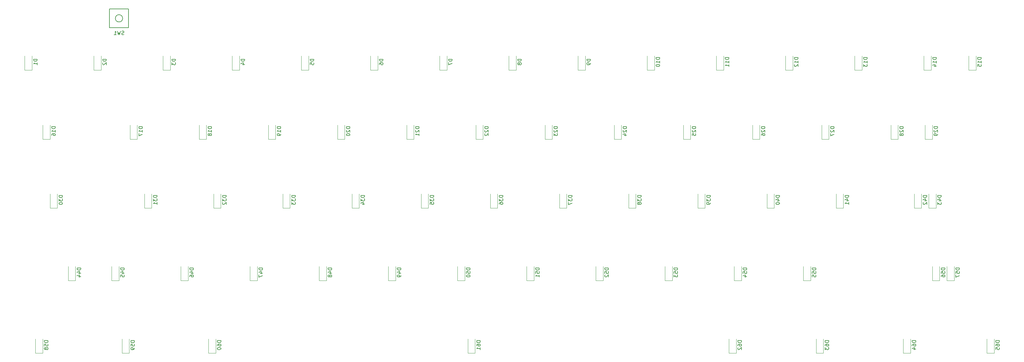
<source format=gbr>
%TF.GenerationSoftware,KiCad,Pcbnew,(5.1.6)-1*%
%TF.CreationDate,2020-11-16T00:09:50-08:00*%
%TF.ProjectId,Wireless-Keyboard,57697265-6c65-4737-932d-4b6579626f61,rev?*%
%TF.SameCoordinates,Original*%
%TF.FileFunction,Legend,Bot*%
%TF.FilePolarity,Positive*%
%FSLAX46Y46*%
G04 Gerber Fmt 4.6, Leading zero omitted, Abs format (unit mm)*
G04 Created by KiCad (PCBNEW (5.1.6)-1) date 2020-11-16 00:09:50*
%MOMM*%
%LPD*%
G01*
G04 APERTURE LIST*
%ADD10C,0.150000*%
%ADD11C,0.120000*%
G04 APERTURE END LIST*
D10*
%TO.C,SW1*%
X79000000Y-104000000D02*
G75*
G03*
X79000000Y-104000000I-1000000J0D01*
G01*
X80600000Y-106600000D02*
X80600000Y-101400000D01*
X75400000Y-106600000D02*
X80600000Y-106600000D01*
X75400000Y-101400000D02*
X75400000Y-106600000D01*
X80600000Y-101400000D02*
X75400000Y-101400000D01*
D11*
%TO.C,D65*%
X319000000Y-196250000D02*
X319000000Y-192350000D01*
X317000000Y-196250000D02*
X317000000Y-192350000D01*
X319000000Y-196250000D02*
X317000000Y-196250000D01*
%TO.C,D64*%
X296000000Y-196250000D02*
X296000000Y-192350000D01*
X294000000Y-196250000D02*
X294000000Y-192350000D01*
X296000000Y-196250000D02*
X294000000Y-196250000D01*
%TO.C,D63*%
X272000000Y-196250000D02*
X272000000Y-192350000D01*
X270000000Y-196250000D02*
X270000000Y-192350000D01*
X272000000Y-196250000D02*
X270000000Y-196250000D01*
%TO.C,D62*%
X248000000Y-196250000D02*
X248000000Y-192350000D01*
X246000000Y-196250000D02*
X246000000Y-192350000D01*
X248000000Y-196250000D02*
X246000000Y-196250000D01*
%TO.C,D61*%
X176062500Y-196250000D02*
X176062500Y-192350000D01*
X174062500Y-196250000D02*
X174062500Y-192350000D01*
X176062500Y-196250000D02*
X174062500Y-196250000D01*
%TO.C,D60*%
X104625000Y-196250000D02*
X104625000Y-192350000D01*
X102625000Y-196250000D02*
X102625000Y-192350000D01*
X104625000Y-196250000D02*
X102625000Y-196250000D01*
%TO.C,D59*%
X80812500Y-196250000D02*
X80812500Y-192350000D01*
X78812500Y-196250000D02*
X78812500Y-192350000D01*
X80812500Y-196250000D02*
X78812500Y-196250000D01*
%TO.C,D58*%
X57000000Y-196250000D02*
X57000000Y-192350000D01*
X55000000Y-196250000D02*
X55000000Y-192350000D01*
X57000000Y-196250000D02*
X55000000Y-196250000D01*
%TO.C,D57*%
X308000000Y-176250000D02*
X308000000Y-172350000D01*
X306000000Y-176250000D02*
X306000000Y-172350000D01*
X308000000Y-176250000D02*
X306000000Y-176250000D01*
%TO.C,D56*%
X304000000Y-176250000D02*
X304000000Y-172350000D01*
X302000000Y-176250000D02*
X302000000Y-172350000D01*
X304000000Y-176250000D02*
X302000000Y-176250000D01*
%TO.C,D55*%
X268500000Y-176250000D02*
X268500000Y-172350000D01*
X266500000Y-176250000D02*
X266500000Y-172350000D01*
X268500000Y-176250000D02*
X266500000Y-176250000D01*
%TO.C,D54*%
X249450000Y-176250000D02*
X249450000Y-172350000D01*
X247450000Y-176250000D02*
X247450000Y-172350000D01*
X249450000Y-176250000D02*
X247450000Y-176250000D01*
%TO.C,D53*%
X230400000Y-176250000D02*
X230400000Y-172350000D01*
X228400000Y-176250000D02*
X228400000Y-172350000D01*
X230400000Y-176250000D02*
X228400000Y-176250000D01*
%TO.C,D52*%
X211350000Y-176250000D02*
X211350000Y-172350000D01*
X209350000Y-176250000D02*
X209350000Y-172350000D01*
X211350000Y-176250000D02*
X209350000Y-176250000D01*
%TO.C,D51*%
X192300000Y-176250000D02*
X192300000Y-172350000D01*
X190300000Y-176250000D02*
X190300000Y-172350000D01*
X192300000Y-176250000D02*
X190300000Y-176250000D01*
%TO.C,D50*%
X173250000Y-176250000D02*
X173250000Y-172350000D01*
X171250000Y-176250000D02*
X171250000Y-172350000D01*
X173250000Y-176250000D02*
X171250000Y-176250000D01*
%TO.C,D49*%
X154200000Y-176250000D02*
X154200000Y-172350000D01*
X152200000Y-176250000D02*
X152200000Y-172350000D01*
X154200000Y-176250000D02*
X152200000Y-176250000D01*
%TO.C,D48*%
X135150000Y-176250000D02*
X135150000Y-172350000D01*
X133150000Y-176250000D02*
X133150000Y-172350000D01*
X135150000Y-176250000D02*
X133150000Y-176250000D01*
%TO.C,D47*%
X116100000Y-176250000D02*
X116100000Y-172350000D01*
X114100000Y-176250000D02*
X114100000Y-172350000D01*
X116100000Y-176250000D02*
X114100000Y-176250000D01*
%TO.C,D46*%
X97050000Y-176250000D02*
X97050000Y-172350000D01*
X95050000Y-176250000D02*
X95050000Y-172350000D01*
X97050000Y-176250000D02*
X95050000Y-176250000D01*
%TO.C,D45*%
X78000000Y-176250000D02*
X78000000Y-172350000D01*
X76000000Y-176250000D02*
X76000000Y-172350000D01*
X78000000Y-176250000D02*
X76000000Y-176250000D01*
%TO.C,D44*%
X66000000Y-176250000D02*
X66000000Y-172350000D01*
X64000000Y-176250000D02*
X64000000Y-172350000D01*
X66000000Y-176250000D02*
X64000000Y-176250000D01*
%TO.C,D43*%
X303000000Y-156250000D02*
X303000000Y-152350000D01*
X301000000Y-156250000D02*
X301000000Y-152350000D01*
X303000000Y-156250000D02*
X301000000Y-156250000D01*
%TO.C,D42*%
X299000000Y-156250000D02*
X299000000Y-152350000D01*
X297000000Y-156250000D02*
X297000000Y-152350000D01*
X299000000Y-156250000D02*
X297000000Y-156250000D01*
%TO.C,D41*%
X277500000Y-156250000D02*
X277500000Y-152350000D01*
X275500000Y-156250000D02*
X275500000Y-152350000D01*
X277500000Y-156250000D02*
X275500000Y-156250000D01*
%TO.C,D40*%
X258450000Y-156250000D02*
X258450000Y-152350000D01*
X256450000Y-156250000D02*
X256450000Y-152350000D01*
X258450000Y-156250000D02*
X256450000Y-156250000D01*
%TO.C,D39*%
X239400000Y-156250000D02*
X239400000Y-152350000D01*
X237400000Y-156250000D02*
X237400000Y-152350000D01*
X239400000Y-156250000D02*
X237400000Y-156250000D01*
%TO.C,D38*%
X220350000Y-156250000D02*
X220350000Y-152350000D01*
X218350000Y-156250000D02*
X218350000Y-152350000D01*
X220350000Y-156250000D02*
X218350000Y-156250000D01*
%TO.C,D37*%
X201300000Y-156250000D02*
X201300000Y-152350000D01*
X199300000Y-156250000D02*
X199300000Y-152350000D01*
X201300000Y-156250000D02*
X199300000Y-156250000D01*
%TO.C,D36*%
X182250000Y-156250000D02*
X182250000Y-152350000D01*
X180250000Y-156250000D02*
X180250000Y-152350000D01*
X182250000Y-156250000D02*
X180250000Y-156250000D01*
%TO.C,D35*%
X163200000Y-156250000D02*
X163200000Y-152350000D01*
X161200000Y-156250000D02*
X161200000Y-152350000D01*
X163200000Y-156250000D02*
X161200000Y-156250000D01*
%TO.C,D34*%
X144150000Y-156250000D02*
X144150000Y-152350000D01*
X142150000Y-156250000D02*
X142150000Y-152350000D01*
X144150000Y-156250000D02*
X142150000Y-156250000D01*
%TO.C,D33*%
X125100000Y-156250000D02*
X125100000Y-152350000D01*
X123100000Y-156250000D02*
X123100000Y-152350000D01*
X125100000Y-156250000D02*
X123100000Y-156250000D01*
%TO.C,D32*%
X106050000Y-156250000D02*
X106050000Y-152350000D01*
X104050000Y-156250000D02*
X104050000Y-152350000D01*
X106050000Y-156250000D02*
X104050000Y-156250000D01*
%TO.C,D31*%
X87000000Y-156250000D02*
X87000000Y-152350000D01*
X85000000Y-156250000D02*
X85000000Y-152350000D01*
X87000000Y-156250000D02*
X85000000Y-156250000D01*
%TO.C,D30*%
X61000000Y-156250000D02*
X61000000Y-152350000D01*
X59000000Y-156250000D02*
X59000000Y-152350000D01*
X61000000Y-156250000D02*
X59000000Y-156250000D01*
%TO.C,D29*%
X302000000Y-137300000D02*
X302000000Y-133400000D01*
X300000000Y-137300000D02*
X300000000Y-133400000D01*
X302000000Y-137300000D02*
X300000000Y-137300000D01*
%TO.C,D28*%
X292550000Y-137300000D02*
X292550000Y-133400000D01*
X290550000Y-137300000D02*
X290550000Y-133400000D01*
X292550000Y-137300000D02*
X290550000Y-137300000D01*
%TO.C,D27*%
X273500000Y-137300000D02*
X273500000Y-133400000D01*
X271500000Y-137300000D02*
X271500000Y-133400000D01*
X273500000Y-137300000D02*
X271500000Y-137300000D01*
%TO.C,D26*%
X254450000Y-137300000D02*
X254450000Y-133400000D01*
X252450000Y-137300000D02*
X252450000Y-133400000D01*
X254450000Y-137300000D02*
X252450000Y-137300000D01*
%TO.C,D25*%
X235400000Y-137300000D02*
X235400000Y-133400000D01*
X233400000Y-137300000D02*
X233400000Y-133400000D01*
X235400000Y-137300000D02*
X233400000Y-137300000D01*
%TO.C,D24*%
X216350000Y-137300000D02*
X216350000Y-133400000D01*
X214350000Y-137300000D02*
X214350000Y-133400000D01*
X216350000Y-137300000D02*
X214350000Y-137300000D01*
%TO.C,D23*%
X197300000Y-137300000D02*
X197300000Y-133400000D01*
X195300000Y-137300000D02*
X195300000Y-133400000D01*
X197300000Y-137300000D02*
X195300000Y-137300000D01*
%TO.C,D22*%
X178250000Y-137300000D02*
X178250000Y-133400000D01*
X176250000Y-137300000D02*
X176250000Y-133400000D01*
X178250000Y-137300000D02*
X176250000Y-137300000D01*
%TO.C,D21*%
X159200000Y-137300000D02*
X159200000Y-133400000D01*
X157200000Y-137300000D02*
X157200000Y-133400000D01*
X159200000Y-137300000D02*
X157200000Y-137300000D01*
%TO.C,D20*%
X140150000Y-137300000D02*
X140150000Y-133400000D01*
X138150000Y-137300000D02*
X138150000Y-133400000D01*
X140150000Y-137300000D02*
X138150000Y-137300000D01*
%TO.C,D19*%
X121100000Y-137300000D02*
X121100000Y-133400000D01*
X119100000Y-137300000D02*
X119100000Y-133400000D01*
X121100000Y-137300000D02*
X119100000Y-137300000D01*
%TO.C,D18*%
X102050000Y-137300000D02*
X102050000Y-133400000D01*
X100050000Y-137300000D02*
X100050000Y-133400000D01*
X102050000Y-137300000D02*
X100050000Y-137300000D01*
%TO.C,D17*%
X83000000Y-137300000D02*
X83000000Y-133400000D01*
X81000000Y-137300000D02*
X81000000Y-133400000D01*
X83000000Y-137300000D02*
X81000000Y-137300000D01*
%TO.C,D16*%
X59000000Y-137300000D02*
X59000000Y-133400000D01*
X57000000Y-137300000D02*
X57000000Y-133400000D01*
X59000000Y-137300000D02*
X57000000Y-137300000D01*
%TO.C,D15*%
X314000000Y-118250000D02*
X314000000Y-114350000D01*
X312000000Y-118250000D02*
X312000000Y-114350000D01*
X314000000Y-118250000D02*
X312000000Y-118250000D01*
%TO.C,D14*%
X301650000Y-118250000D02*
X301650000Y-114350000D01*
X299650000Y-118250000D02*
X299650000Y-114350000D01*
X301650000Y-118250000D02*
X299650000Y-118250000D01*
%TO.C,D13*%
X282600000Y-118250000D02*
X282600000Y-114350000D01*
X280600000Y-118250000D02*
X280600000Y-114350000D01*
X282600000Y-118250000D02*
X280600000Y-118250000D01*
%TO.C,D12*%
X263550000Y-118250000D02*
X263550000Y-114350000D01*
X261550000Y-118250000D02*
X261550000Y-114350000D01*
X263550000Y-118250000D02*
X261550000Y-118250000D01*
%TO.C,D11*%
X244500000Y-118250000D02*
X244500000Y-114350000D01*
X242500000Y-118250000D02*
X242500000Y-114350000D01*
X244500000Y-118250000D02*
X242500000Y-118250000D01*
%TO.C,D10*%
X225450000Y-118250000D02*
X225450000Y-114350000D01*
X223450000Y-118250000D02*
X223450000Y-114350000D01*
X225450000Y-118250000D02*
X223450000Y-118250000D01*
%TO.C,D9*%
X206400000Y-118250000D02*
X206400000Y-114350000D01*
X204400000Y-118250000D02*
X204400000Y-114350000D01*
X206400000Y-118250000D02*
X204400000Y-118250000D01*
%TO.C,D8*%
X187350000Y-118250000D02*
X187350000Y-114350000D01*
X185350000Y-118250000D02*
X185350000Y-114350000D01*
X187350000Y-118250000D02*
X185350000Y-118250000D01*
%TO.C,D7*%
X168300000Y-118250000D02*
X168300000Y-114350000D01*
X166300000Y-118250000D02*
X166300000Y-114350000D01*
X168300000Y-118250000D02*
X166300000Y-118250000D01*
%TO.C,D6*%
X149250000Y-118250000D02*
X149250000Y-114350000D01*
X147250000Y-118250000D02*
X147250000Y-114350000D01*
X149250000Y-118250000D02*
X147250000Y-118250000D01*
%TO.C,D5*%
X130200000Y-118250000D02*
X130200000Y-114350000D01*
X128200000Y-118250000D02*
X128200000Y-114350000D01*
X130200000Y-118250000D02*
X128200000Y-118250000D01*
%TO.C,D4*%
X111150000Y-118250000D02*
X111150000Y-114350000D01*
X109150000Y-118250000D02*
X109150000Y-114350000D01*
X111150000Y-118250000D02*
X109150000Y-118250000D01*
%TO.C,D3*%
X92100000Y-118250000D02*
X92100000Y-114350000D01*
X90100000Y-118250000D02*
X90100000Y-114350000D01*
X92100000Y-118250000D02*
X90100000Y-118250000D01*
%TO.C,D2*%
X73050000Y-118250000D02*
X73050000Y-114350000D01*
X71050000Y-118250000D02*
X71050000Y-114350000D01*
X73050000Y-118250000D02*
X71050000Y-118250000D01*
%TO.C,D1*%
X54000000Y-118250000D02*
X54000000Y-114350000D01*
X52000000Y-118250000D02*
X52000000Y-114350000D01*
X54000000Y-118250000D02*
X52000000Y-118250000D01*
%TO.C,SW1*%
D10*
X79333333Y-108468761D02*
X79190476Y-108516380D01*
X78952380Y-108516380D01*
X78857142Y-108468761D01*
X78809523Y-108421142D01*
X78761904Y-108325904D01*
X78761904Y-108230666D01*
X78809523Y-108135428D01*
X78857142Y-108087809D01*
X78952380Y-108040190D01*
X79142857Y-107992571D01*
X79238095Y-107944952D01*
X79285714Y-107897333D01*
X79333333Y-107802095D01*
X79333333Y-107706857D01*
X79285714Y-107611619D01*
X79238095Y-107564000D01*
X79142857Y-107516380D01*
X78904761Y-107516380D01*
X78761904Y-107564000D01*
X78428571Y-107516380D02*
X78190476Y-108516380D01*
X78000000Y-107802095D01*
X77809523Y-108516380D01*
X77571428Y-107516380D01*
X76666666Y-108516380D02*
X77238095Y-108516380D01*
X76952380Y-108516380D02*
X76952380Y-107516380D01*
X77047619Y-107659238D01*
X77142857Y-107754476D01*
X77238095Y-107802095D01*
%TO.C,D65*%
X320452380Y-192785714D02*
X319452380Y-192785714D01*
X319452380Y-193023809D01*
X319500000Y-193166666D01*
X319595238Y-193261904D01*
X319690476Y-193309523D01*
X319880952Y-193357142D01*
X320023809Y-193357142D01*
X320214285Y-193309523D01*
X320309523Y-193261904D01*
X320404761Y-193166666D01*
X320452380Y-193023809D01*
X320452380Y-192785714D01*
X319452380Y-194214285D02*
X319452380Y-194023809D01*
X319500000Y-193928571D01*
X319547619Y-193880952D01*
X319690476Y-193785714D01*
X319880952Y-193738095D01*
X320261904Y-193738095D01*
X320357142Y-193785714D01*
X320404761Y-193833333D01*
X320452380Y-193928571D01*
X320452380Y-194119047D01*
X320404761Y-194214285D01*
X320357142Y-194261904D01*
X320261904Y-194309523D01*
X320023809Y-194309523D01*
X319928571Y-194261904D01*
X319880952Y-194214285D01*
X319833333Y-194119047D01*
X319833333Y-193928571D01*
X319880952Y-193833333D01*
X319928571Y-193785714D01*
X320023809Y-193738095D01*
X319452380Y-195214285D02*
X319452380Y-194738095D01*
X319928571Y-194690476D01*
X319880952Y-194738095D01*
X319833333Y-194833333D01*
X319833333Y-195071428D01*
X319880952Y-195166666D01*
X319928571Y-195214285D01*
X320023809Y-195261904D01*
X320261904Y-195261904D01*
X320357142Y-195214285D01*
X320404761Y-195166666D01*
X320452380Y-195071428D01*
X320452380Y-194833333D01*
X320404761Y-194738095D01*
X320357142Y-194690476D01*
%TO.C,D64*%
X297452380Y-192785714D02*
X296452380Y-192785714D01*
X296452380Y-193023809D01*
X296500000Y-193166666D01*
X296595238Y-193261904D01*
X296690476Y-193309523D01*
X296880952Y-193357142D01*
X297023809Y-193357142D01*
X297214285Y-193309523D01*
X297309523Y-193261904D01*
X297404761Y-193166666D01*
X297452380Y-193023809D01*
X297452380Y-192785714D01*
X296452380Y-194214285D02*
X296452380Y-194023809D01*
X296500000Y-193928571D01*
X296547619Y-193880952D01*
X296690476Y-193785714D01*
X296880952Y-193738095D01*
X297261904Y-193738095D01*
X297357142Y-193785714D01*
X297404761Y-193833333D01*
X297452380Y-193928571D01*
X297452380Y-194119047D01*
X297404761Y-194214285D01*
X297357142Y-194261904D01*
X297261904Y-194309523D01*
X297023809Y-194309523D01*
X296928571Y-194261904D01*
X296880952Y-194214285D01*
X296833333Y-194119047D01*
X296833333Y-193928571D01*
X296880952Y-193833333D01*
X296928571Y-193785714D01*
X297023809Y-193738095D01*
X296785714Y-195166666D02*
X297452380Y-195166666D01*
X296404761Y-194928571D02*
X297119047Y-194690476D01*
X297119047Y-195309523D01*
%TO.C,D63*%
X273452380Y-192785714D02*
X272452380Y-192785714D01*
X272452380Y-193023809D01*
X272500000Y-193166666D01*
X272595238Y-193261904D01*
X272690476Y-193309523D01*
X272880952Y-193357142D01*
X273023809Y-193357142D01*
X273214285Y-193309523D01*
X273309523Y-193261904D01*
X273404761Y-193166666D01*
X273452380Y-193023809D01*
X273452380Y-192785714D01*
X272452380Y-194214285D02*
X272452380Y-194023809D01*
X272500000Y-193928571D01*
X272547619Y-193880952D01*
X272690476Y-193785714D01*
X272880952Y-193738095D01*
X273261904Y-193738095D01*
X273357142Y-193785714D01*
X273404761Y-193833333D01*
X273452380Y-193928571D01*
X273452380Y-194119047D01*
X273404761Y-194214285D01*
X273357142Y-194261904D01*
X273261904Y-194309523D01*
X273023809Y-194309523D01*
X272928571Y-194261904D01*
X272880952Y-194214285D01*
X272833333Y-194119047D01*
X272833333Y-193928571D01*
X272880952Y-193833333D01*
X272928571Y-193785714D01*
X273023809Y-193738095D01*
X272452380Y-194642857D02*
X272452380Y-195261904D01*
X272833333Y-194928571D01*
X272833333Y-195071428D01*
X272880952Y-195166666D01*
X272928571Y-195214285D01*
X273023809Y-195261904D01*
X273261904Y-195261904D01*
X273357142Y-195214285D01*
X273404761Y-195166666D01*
X273452380Y-195071428D01*
X273452380Y-194785714D01*
X273404761Y-194690476D01*
X273357142Y-194642857D01*
%TO.C,D62*%
X249452380Y-192785714D02*
X248452380Y-192785714D01*
X248452380Y-193023809D01*
X248500000Y-193166666D01*
X248595238Y-193261904D01*
X248690476Y-193309523D01*
X248880952Y-193357142D01*
X249023809Y-193357142D01*
X249214285Y-193309523D01*
X249309523Y-193261904D01*
X249404761Y-193166666D01*
X249452380Y-193023809D01*
X249452380Y-192785714D01*
X248452380Y-194214285D02*
X248452380Y-194023809D01*
X248500000Y-193928571D01*
X248547619Y-193880952D01*
X248690476Y-193785714D01*
X248880952Y-193738095D01*
X249261904Y-193738095D01*
X249357142Y-193785714D01*
X249404761Y-193833333D01*
X249452380Y-193928571D01*
X249452380Y-194119047D01*
X249404761Y-194214285D01*
X249357142Y-194261904D01*
X249261904Y-194309523D01*
X249023809Y-194309523D01*
X248928571Y-194261904D01*
X248880952Y-194214285D01*
X248833333Y-194119047D01*
X248833333Y-193928571D01*
X248880952Y-193833333D01*
X248928571Y-193785714D01*
X249023809Y-193738095D01*
X248547619Y-194690476D02*
X248500000Y-194738095D01*
X248452380Y-194833333D01*
X248452380Y-195071428D01*
X248500000Y-195166666D01*
X248547619Y-195214285D01*
X248642857Y-195261904D01*
X248738095Y-195261904D01*
X248880952Y-195214285D01*
X249452380Y-194642857D01*
X249452380Y-195261904D01*
%TO.C,D61*%
X177514880Y-192785714D02*
X176514880Y-192785714D01*
X176514880Y-193023809D01*
X176562500Y-193166666D01*
X176657738Y-193261904D01*
X176752976Y-193309523D01*
X176943452Y-193357142D01*
X177086309Y-193357142D01*
X177276785Y-193309523D01*
X177372023Y-193261904D01*
X177467261Y-193166666D01*
X177514880Y-193023809D01*
X177514880Y-192785714D01*
X176514880Y-194214285D02*
X176514880Y-194023809D01*
X176562500Y-193928571D01*
X176610119Y-193880952D01*
X176752976Y-193785714D01*
X176943452Y-193738095D01*
X177324404Y-193738095D01*
X177419642Y-193785714D01*
X177467261Y-193833333D01*
X177514880Y-193928571D01*
X177514880Y-194119047D01*
X177467261Y-194214285D01*
X177419642Y-194261904D01*
X177324404Y-194309523D01*
X177086309Y-194309523D01*
X176991071Y-194261904D01*
X176943452Y-194214285D01*
X176895833Y-194119047D01*
X176895833Y-193928571D01*
X176943452Y-193833333D01*
X176991071Y-193785714D01*
X177086309Y-193738095D01*
X177514880Y-195261904D02*
X177514880Y-194690476D01*
X177514880Y-194976190D02*
X176514880Y-194976190D01*
X176657738Y-194880952D01*
X176752976Y-194785714D01*
X176800595Y-194690476D01*
%TO.C,D60*%
X106077380Y-192785714D02*
X105077380Y-192785714D01*
X105077380Y-193023809D01*
X105125000Y-193166666D01*
X105220238Y-193261904D01*
X105315476Y-193309523D01*
X105505952Y-193357142D01*
X105648809Y-193357142D01*
X105839285Y-193309523D01*
X105934523Y-193261904D01*
X106029761Y-193166666D01*
X106077380Y-193023809D01*
X106077380Y-192785714D01*
X105077380Y-194214285D02*
X105077380Y-194023809D01*
X105125000Y-193928571D01*
X105172619Y-193880952D01*
X105315476Y-193785714D01*
X105505952Y-193738095D01*
X105886904Y-193738095D01*
X105982142Y-193785714D01*
X106029761Y-193833333D01*
X106077380Y-193928571D01*
X106077380Y-194119047D01*
X106029761Y-194214285D01*
X105982142Y-194261904D01*
X105886904Y-194309523D01*
X105648809Y-194309523D01*
X105553571Y-194261904D01*
X105505952Y-194214285D01*
X105458333Y-194119047D01*
X105458333Y-193928571D01*
X105505952Y-193833333D01*
X105553571Y-193785714D01*
X105648809Y-193738095D01*
X105077380Y-194928571D02*
X105077380Y-195023809D01*
X105125000Y-195119047D01*
X105172619Y-195166666D01*
X105267857Y-195214285D01*
X105458333Y-195261904D01*
X105696428Y-195261904D01*
X105886904Y-195214285D01*
X105982142Y-195166666D01*
X106029761Y-195119047D01*
X106077380Y-195023809D01*
X106077380Y-194928571D01*
X106029761Y-194833333D01*
X105982142Y-194785714D01*
X105886904Y-194738095D01*
X105696428Y-194690476D01*
X105458333Y-194690476D01*
X105267857Y-194738095D01*
X105172619Y-194785714D01*
X105125000Y-194833333D01*
X105077380Y-194928571D01*
%TO.C,D59*%
X82264880Y-192785714D02*
X81264880Y-192785714D01*
X81264880Y-193023809D01*
X81312500Y-193166666D01*
X81407738Y-193261904D01*
X81502976Y-193309523D01*
X81693452Y-193357142D01*
X81836309Y-193357142D01*
X82026785Y-193309523D01*
X82122023Y-193261904D01*
X82217261Y-193166666D01*
X82264880Y-193023809D01*
X82264880Y-192785714D01*
X81264880Y-194261904D02*
X81264880Y-193785714D01*
X81741071Y-193738095D01*
X81693452Y-193785714D01*
X81645833Y-193880952D01*
X81645833Y-194119047D01*
X81693452Y-194214285D01*
X81741071Y-194261904D01*
X81836309Y-194309523D01*
X82074404Y-194309523D01*
X82169642Y-194261904D01*
X82217261Y-194214285D01*
X82264880Y-194119047D01*
X82264880Y-193880952D01*
X82217261Y-193785714D01*
X82169642Y-193738095D01*
X82264880Y-194785714D02*
X82264880Y-194976190D01*
X82217261Y-195071428D01*
X82169642Y-195119047D01*
X82026785Y-195214285D01*
X81836309Y-195261904D01*
X81455357Y-195261904D01*
X81360119Y-195214285D01*
X81312500Y-195166666D01*
X81264880Y-195071428D01*
X81264880Y-194880952D01*
X81312500Y-194785714D01*
X81360119Y-194738095D01*
X81455357Y-194690476D01*
X81693452Y-194690476D01*
X81788690Y-194738095D01*
X81836309Y-194785714D01*
X81883928Y-194880952D01*
X81883928Y-195071428D01*
X81836309Y-195166666D01*
X81788690Y-195214285D01*
X81693452Y-195261904D01*
%TO.C,D58*%
X58452380Y-192785714D02*
X57452380Y-192785714D01*
X57452380Y-193023809D01*
X57500000Y-193166666D01*
X57595238Y-193261904D01*
X57690476Y-193309523D01*
X57880952Y-193357142D01*
X58023809Y-193357142D01*
X58214285Y-193309523D01*
X58309523Y-193261904D01*
X58404761Y-193166666D01*
X58452380Y-193023809D01*
X58452380Y-192785714D01*
X57452380Y-194261904D02*
X57452380Y-193785714D01*
X57928571Y-193738095D01*
X57880952Y-193785714D01*
X57833333Y-193880952D01*
X57833333Y-194119047D01*
X57880952Y-194214285D01*
X57928571Y-194261904D01*
X58023809Y-194309523D01*
X58261904Y-194309523D01*
X58357142Y-194261904D01*
X58404761Y-194214285D01*
X58452380Y-194119047D01*
X58452380Y-193880952D01*
X58404761Y-193785714D01*
X58357142Y-193738095D01*
X57880952Y-194880952D02*
X57833333Y-194785714D01*
X57785714Y-194738095D01*
X57690476Y-194690476D01*
X57642857Y-194690476D01*
X57547619Y-194738095D01*
X57500000Y-194785714D01*
X57452380Y-194880952D01*
X57452380Y-195071428D01*
X57500000Y-195166666D01*
X57547619Y-195214285D01*
X57642857Y-195261904D01*
X57690476Y-195261904D01*
X57785714Y-195214285D01*
X57833333Y-195166666D01*
X57880952Y-195071428D01*
X57880952Y-194880952D01*
X57928571Y-194785714D01*
X57976190Y-194738095D01*
X58071428Y-194690476D01*
X58261904Y-194690476D01*
X58357142Y-194738095D01*
X58404761Y-194785714D01*
X58452380Y-194880952D01*
X58452380Y-195071428D01*
X58404761Y-195166666D01*
X58357142Y-195214285D01*
X58261904Y-195261904D01*
X58071428Y-195261904D01*
X57976190Y-195214285D01*
X57928571Y-195166666D01*
X57880952Y-195071428D01*
%TO.C,D57*%
X309452380Y-172785714D02*
X308452380Y-172785714D01*
X308452380Y-173023809D01*
X308500000Y-173166666D01*
X308595238Y-173261904D01*
X308690476Y-173309523D01*
X308880952Y-173357142D01*
X309023809Y-173357142D01*
X309214285Y-173309523D01*
X309309523Y-173261904D01*
X309404761Y-173166666D01*
X309452380Y-173023809D01*
X309452380Y-172785714D01*
X308452380Y-174261904D02*
X308452380Y-173785714D01*
X308928571Y-173738095D01*
X308880952Y-173785714D01*
X308833333Y-173880952D01*
X308833333Y-174119047D01*
X308880952Y-174214285D01*
X308928571Y-174261904D01*
X309023809Y-174309523D01*
X309261904Y-174309523D01*
X309357142Y-174261904D01*
X309404761Y-174214285D01*
X309452380Y-174119047D01*
X309452380Y-173880952D01*
X309404761Y-173785714D01*
X309357142Y-173738095D01*
X308452380Y-174642857D02*
X308452380Y-175309523D01*
X309452380Y-174880952D01*
%TO.C,D56*%
X305452380Y-172785714D02*
X304452380Y-172785714D01*
X304452380Y-173023809D01*
X304500000Y-173166666D01*
X304595238Y-173261904D01*
X304690476Y-173309523D01*
X304880952Y-173357142D01*
X305023809Y-173357142D01*
X305214285Y-173309523D01*
X305309523Y-173261904D01*
X305404761Y-173166666D01*
X305452380Y-173023809D01*
X305452380Y-172785714D01*
X304452380Y-174261904D02*
X304452380Y-173785714D01*
X304928571Y-173738095D01*
X304880952Y-173785714D01*
X304833333Y-173880952D01*
X304833333Y-174119047D01*
X304880952Y-174214285D01*
X304928571Y-174261904D01*
X305023809Y-174309523D01*
X305261904Y-174309523D01*
X305357142Y-174261904D01*
X305404761Y-174214285D01*
X305452380Y-174119047D01*
X305452380Y-173880952D01*
X305404761Y-173785714D01*
X305357142Y-173738095D01*
X304452380Y-175166666D02*
X304452380Y-174976190D01*
X304500000Y-174880952D01*
X304547619Y-174833333D01*
X304690476Y-174738095D01*
X304880952Y-174690476D01*
X305261904Y-174690476D01*
X305357142Y-174738095D01*
X305404761Y-174785714D01*
X305452380Y-174880952D01*
X305452380Y-175071428D01*
X305404761Y-175166666D01*
X305357142Y-175214285D01*
X305261904Y-175261904D01*
X305023809Y-175261904D01*
X304928571Y-175214285D01*
X304880952Y-175166666D01*
X304833333Y-175071428D01*
X304833333Y-174880952D01*
X304880952Y-174785714D01*
X304928571Y-174738095D01*
X305023809Y-174690476D01*
%TO.C,D55*%
X269952380Y-172785714D02*
X268952380Y-172785714D01*
X268952380Y-173023809D01*
X269000000Y-173166666D01*
X269095238Y-173261904D01*
X269190476Y-173309523D01*
X269380952Y-173357142D01*
X269523809Y-173357142D01*
X269714285Y-173309523D01*
X269809523Y-173261904D01*
X269904761Y-173166666D01*
X269952380Y-173023809D01*
X269952380Y-172785714D01*
X268952380Y-174261904D02*
X268952380Y-173785714D01*
X269428571Y-173738095D01*
X269380952Y-173785714D01*
X269333333Y-173880952D01*
X269333333Y-174119047D01*
X269380952Y-174214285D01*
X269428571Y-174261904D01*
X269523809Y-174309523D01*
X269761904Y-174309523D01*
X269857142Y-174261904D01*
X269904761Y-174214285D01*
X269952380Y-174119047D01*
X269952380Y-173880952D01*
X269904761Y-173785714D01*
X269857142Y-173738095D01*
X268952380Y-175214285D02*
X268952380Y-174738095D01*
X269428571Y-174690476D01*
X269380952Y-174738095D01*
X269333333Y-174833333D01*
X269333333Y-175071428D01*
X269380952Y-175166666D01*
X269428571Y-175214285D01*
X269523809Y-175261904D01*
X269761904Y-175261904D01*
X269857142Y-175214285D01*
X269904761Y-175166666D01*
X269952380Y-175071428D01*
X269952380Y-174833333D01*
X269904761Y-174738095D01*
X269857142Y-174690476D01*
%TO.C,D54*%
X250902380Y-172785714D02*
X249902380Y-172785714D01*
X249902380Y-173023809D01*
X249950000Y-173166666D01*
X250045238Y-173261904D01*
X250140476Y-173309523D01*
X250330952Y-173357142D01*
X250473809Y-173357142D01*
X250664285Y-173309523D01*
X250759523Y-173261904D01*
X250854761Y-173166666D01*
X250902380Y-173023809D01*
X250902380Y-172785714D01*
X249902380Y-174261904D02*
X249902380Y-173785714D01*
X250378571Y-173738095D01*
X250330952Y-173785714D01*
X250283333Y-173880952D01*
X250283333Y-174119047D01*
X250330952Y-174214285D01*
X250378571Y-174261904D01*
X250473809Y-174309523D01*
X250711904Y-174309523D01*
X250807142Y-174261904D01*
X250854761Y-174214285D01*
X250902380Y-174119047D01*
X250902380Y-173880952D01*
X250854761Y-173785714D01*
X250807142Y-173738095D01*
X250235714Y-175166666D02*
X250902380Y-175166666D01*
X249854761Y-174928571D02*
X250569047Y-174690476D01*
X250569047Y-175309523D01*
%TO.C,D53*%
X231852380Y-172785714D02*
X230852380Y-172785714D01*
X230852380Y-173023809D01*
X230900000Y-173166666D01*
X230995238Y-173261904D01*
X231090476Y-173309523D01*
X231280952Y-173357142D01*
X231423809Y-173357142D01*
X231614285Y-173309523D01*
X231709523Y-173261904D01*
X231804761Y-173166666D01*
X231852380Y-173023809D01*
X231852380Y-172785714D01*
X230852380Y-174261904D02*
X230852380Y-173785714D01*
X231328571Y-173738095D01*
X231280952Y-173785714D01*
X231233333Y-173880952D01*
X231233333Y-174119047D01*
X231280952Y-174214285D01*
X231328571Y-174261904D01*
X231423809Y-174309523D01*
X231661904Y-174309523D01*
X231757142Y-174261904D01*
X231804761Y-174214285D01*
X231852380Y-174119047D01*
X231852380Y-173880952D01*
X231804761Y-173785714D01*
X231757142Y-173738095D01*
X230852380Y-174642857D02*
X230852380Y-175261904D01*
X231233333Y-174928571D01*
X231233333Y-175071428D01*
X231280952Y-175166666D01*
X231328571Y-175214285D01*
X231423809Y-175261904D01*
X231661904Y-175261904D01*
X231757142Y-175214285D01*
X231804761Y-175166666D01*
X231852380Y-175071428D01*
X231852380Y-174785714D01*
X231804761Y-174690476D01*
X231757142Y-174642857D01*
%TO.C,D52*%
X212802380Y-172785714D02*
X211802380Y-172785714D01*
X211802380Y-173023809D01*
X211850000Y-173166666D01*
X211945238Y-173261904D01*
X212040476Y-173309523D01*
X212230952Y-173357142D01*
X212373809Y-173357142D01*
X212564285Y-173309523D01*
X212659523Y-173261904D01*
X212754761Y-173166666D01*
X212802380Y-173023809D01*
X212802380Y-172785714D01*
X211802380Y-174261904D02*
X211802380Y-173785714D01*
X212278571Y-173738095D01*
X212230952Y-173785714D01*
X212183333Y-173880952D01*
X212183333Y-174119047D01*
X212230952Y-174214285D01*
X212278571Y-174261904D01*
X212373809Y-174309523D01*
X212611904Y-174309523D01*
X212707142Y-174261904D01*
X212754761Y-174214285D01*
X212802380Y-174119047D01*
X212802380Y-173880952D01*
X212754761Y-173785714D01*
X212707142Y-173738095D01*
X211897619Y-174690476D02*
X211850000Y-174738095D01*
X211802380Y-174833333D01*
X211802380Y-175071428D01*
X211850000Y-175166666D01*
X211897619Y-175214285D01*
X211992857Y-175261904D01*
X212088095Y-175261904D01*
X212230952Y-175214285D01*
X212802380Y-174642857D01*
X212802380Y-175261904D01*
%TO.C,D51*%
X193752380Y-172785714D02*
X192752380Y-172785714D01*
X192752380Y-173023809D01*
X192800000Y-173166666D01*
X192895238Y-173261904D01*
X192990476Y-173309523D01*
X193180952Y-173357142D01*
X193323809Y-173357142D01*
X193514285Y-173309523D01*
X193609523Y-173261904D01*
X193704761Y-173166666D01*
X193752380Y-173023809D01*
X193752380Y-172785714D01*
X192752380Y-174261904D02*
X192752380Y-173785714D01*
X193228571Y-173738095D01*
X193180952Y-173785714D01*
X193133333Y-173880952D01*
X193133333Y-174119047D01*
X193180952Y-174214285D01*
X193228571Y-174261904D01*
X193323809Y-174309523D01*
X193561904Y-174309523D01*
X193657142Y-174261904D01*
X193704761Y-174214285D01*
X193752380Y-174119047D01*
X193752380Y-173880952D01*
X193704761Y-173785714D01*
X193657142Y-173738095D01*
X193752380Y-175261904D02*
X193752380Y-174690476D01*
X193752380Y-174976190D02*
X192752380Y-174976190D01*
X192895238Y-174880952D01*
X192990476Y-174785714D01*
X193038095Y-174690476D01*
%TO.C,D50*%
X174702380Y-172785714D02*
X173702380Y-172785714D01*
X173702380Y-173023809D01*
X173750000Y-173166666D01*
X173845238Y-173261904D01*
X173940476Y-173309523D01*
X174130952Y-173357142D01*
X174273809Y-173357142D01*
X174464285Y-173309523D01*
X174559523Y-173261904D01*
X174654761Y-173166666D01*
X174702380Y-173023809D01*
X174702380Y-172785714D01*
X173702380Y-174261904D02*
X173702380Y-173785714D01*
X174178571Y-173738095D01*
X174130952Y-173785714D01*
X174083333Y-173880952D01*
X174083333Y-174119047D01*
X174130952Y-174214285D01*
X174178571Y-174261904D01*
X174273809Y-174309523D01*
X174511904Y-174309523D01*
X174607142Y-174261904D01*
X174654761Y-174214285D01*
X174702380Y-174119047D01*
X174702380Y-173880952D01*
X174654761Y-173785714D01*
X174607142Y-173738095D01*
X173702380Y-174928571D02*
X173702380Y-175023809D01*
X173750000Y-175119047D01*
X173797619Y-175166666D01*
X173892857Y-175214285D01*
X174083333Y-175261904D01*
X174321428Y-175261904D01*
X174511904Y-175214285D01*
X174607142Y-175166666D01*
X174654761Y-175119047D01*
X174702380Y-175023809D01*
X174702380Y-174928571D01*
X174654761Y-174833333D01*
X174607142Y-174785714D01*
X174511904Y-174738095D01*
X174321428Y-174690476D01*
X174083333Y-174690476D01*
X173892857Y-174738095D01*
X173797619Y-174785714D01*
X173750000Y-174833333D01*
X173702380Y-174928571D01*
%TO.C,D49*%
X155652380Y-172785714D02*
X154652380Y-172785714D01*
X154652380Y-173023809D01*
X154700000Y-173166666D01*
X154795238Y-173261904D01*
X154890476Y-173309523D01*
X155080952Y-173357142D01*
X155223809Y-173357142D01*
X155414285Y-173309523D01*
X155509523Y-173261904D01*
X155604761Y-173166666D01*
X155652380Y-173023809D01*
X155652380Y-172785714D01*
X154985714Y-174214285D02*
X155652380Y-174214285D01*
X154604761Y-173976190D02*
X155319047Y-173738095D01*
X155319047Y-174357142D01*
X155652380Y-174785714D02*
X155652380Y-174976190D01*
X155604761Y-175071428D01*
X155557142Y-175119047D01*
X155414285Y-175214285D01*
X155223809Y-175261904D01*
X154842857Y-175261904D01*
X154747619Y-175214285D01*
X154700000Y-175166666D01*
X154652380Y-175071428D01*
X154652380Y-174880952D01*
X154700000Y-174785714D01*
X154747619Y-174738095D01*
X154842857Y-174690476D01*
X155080952Y-174690476D01*
X155176190Y-174738095D01*
X155223809Y-174785714D01*
X155271428Y-174880952D01*
X155271428Y-175071428D01*
X155223809Y-175166666D01*
X155176190Y-175214285D01*
X155080952Y-175261904D01*
%TO.C,D48*%
X136602380Y-172785714D02*
X135602380Y-172785714D01*
X135602380Y-173023809D01*
X135650000Y-173166666D01*
X135745238Y-173261904D01*
X135840476Y-173309523D01*
X136030952Y-173357142D01*
X136173809Y-173357142D01*
X136364285Y-173309523D01*
X136459523Y-173261904D01*
X136554761Y-173166666D01*
X136602380Y-173023809D01*
X136602380Y-172785714D01*
X135935714Y-174214285D02*
X136602380Y-174214285D01*
X135554761Y-173976190D02*
X136269047Y-173738095D01*
X136269047Y-174357142D01*
X136030952Y-174880952D02*
X135983333Y-174785714D01*
X135935714Y-174738095D01*
X135840476Y-174690476D01*
X135792857Y-174690476D01*
X135697619Y-174738095D01*
X135650000Y-174785714D01*
X135602380Y-174880952D01*
X135602380Y-175071428D01*
X135650000Y-175166666D01*
X135697619Y-175214285D01*
X135792857Y-175261904D01*
X135840476Y-175261904D01*
X135935714Y-175214285D01*
X135983333Y-175166666D01*
X136030952Y-175071428D01*
X136030952Y-174880952D01*
X136078571Y-174785714D01*
X136126190Y-174738095D01*
X136221428Y-174690476D01*
X136411904Y-174690476D01*
X136507142Y-174738095D01*
X136554761Y-174785714D01*
X136602380Y-174880952D01*
X136602380Y-175071428D01*
X136554761Y-175166666D01*
X136507142Y-175214285D01*
X136411904Y-175261904D01*
X136221428Y-175261904D01*
X136126190Y-175214285D01*
X136078571Y-175166666D01*
X136030952Y-175071428D01*
%TO.C,D47*%
X117552380Y-172785714D02*
X116552380Y-172785714D01*
X116552380Y-173023809D01*
X116600000Y-173166666D01*
X116695238Y-173261904D01*
X116790476Y-173309523D01*
X116980952Y-173357142D01*
X117123809Y-173357142D01*
X117314285Y-173309523D01*
X117409523Y-173261904D01*
X117504761Y-173166666D01*
X117552380Y-173023809D01*
X117552380Y-172785714D01*
X116885714Y-174214285D02*
X117552380Y-174214285D01*
X116504761Y-173976190D02*
X117219047Y-173738095D01*
X117219047Y-174357142D01*
X116552380Y-174642857D02*
X116552380Y-175309523D01*
X117552380Y-174880952D01*
%TO.C,D46*%
X98502380Y-172785714D02*
X97502380Y-172785714D01*
X97502380Y-173023809D01*
X97550000Y-173166666D01*
X97645238Y-173261904D01*
X97740476Y-173309523D01*
X97930952Y-173357142D01*
X98073809Y-173357142D01*
X98264285Y-173309523D01*
X98359523Y-173261904D01*
X98454761Y-173166666D01*
X98502380Y-173023809D01*
X98502380Y-172785714D01*
X97835714Y-174214285D02*
X98502380Y-174214285D01*
X97454761Y-173976190D02*
X98169047Y-173738095D01*
X98169047Y-174357142D01*
X97502380Y-175166666D02*
X97502380Y-174976190D01*
X97550000Y-174880952D01*
X97597619Y-174833333D01*
X97740476Y-174738095D01*
X97930952Y-174690476D01*
X98311904Y-174690476D01*
X98407142Y-174738095D01*
X98454761Y-174785714D01*
X98502380Y-174880952D01*
X98502380Y-175071428D01*
X98454761Y-175166666D01*
X98407142Y-175214285D01*
X98311904Y-175261904D01*
X98073809Y-175261904D01*
X97978571Y-175214285D01*
X97930952Y-175166666D01*
X97883333Y-175071428D01*
X97883333Y-174880952D01*
X97930952Y-174785714D01*
X97978571Y-174738095D01*
X98073809Y-174690476D01*
%TO.C,D45*%
X79452380Y-172785714D02*
X78452380Y-172785714D01*
X78452380Y-173023809D01*
X78500000Y-173166666D01*
X78595238Y-173261904D01*
X78690476Y-173309523D01*
X78880952Y-173357142D01*
X79023809Y-173357142D01*
X79214285Y-173309523D01*
X79309523Y-173261904D01*
X79404761Y-173166666D01*
X79452380Y-173023809D01*
X79452380Y-172785714D01*
X78785714Y-174214285D02*
X79452380Y-174214285D01*
X78404761Y-173976190D02*
X79119047Y-173738095D01*
X79119047Y-174357142D01*
X78452380Y-175214285D02*
X78452380Y-174738095D01*
X78928571Y-174690476D01*
X78880952Y-174738095D01*
X78833333Y-174833333D01*
X78833333Y-175071428D01*
X78880952Y-175166666D01*
X78928571Y-175214285D01*
X79023809Y-175261904D01*
X79261904Y-175261904D01*
X79357142Y-175214285D01*
X79404761Y-175166666D01*
X79452380Y-175071428D01*
X79452380Y-174833333D01*
X79404761Y-174738095D01*
X79357142Y-174690476D01*
%TO.C,D44*%
X67452380Y-172785714D02*
X66452380Y-172785714D01*
X66452380Y-173023809D01*
X66500000Y-173166666D01*
X66595238Y-173261904D01*
X66690476Y-173309523D01*
X66880952Y-173357142D01*
X67023809Y-173357142D01*
X67214285Y-173309523D01*
X67309523Y-173261904D01*
X67404761Y-173166666D01*
X67452380Y-173023809D01*
X67452380Y-172785714D01*
X66785714Y-174214285D02*
X67452380Y-174214285D01*
X66404761Y-173976190D02*
X67119047Y-173738095D01*
X67119047Y-174357142D01*
X66785714Y-175166666D02*
X67452380Y-175166666D01*
X66404761Y-174928571D02*
X67119047Y-174690476D01*
X67119047Y-175309523D01*
%TO.C,D43*%
X304452380Y-152785714D02*
X303452380Y-152785714D01*
X303452380Y-153023809D01*
X303500000Y-153166666D01*
X303595238Y-153261904D01*
X303690476Y-153309523D01*
X303880952Y-153357142D01*
X304023809Y-153357142D01*
X304214285Y-153309523D01*
X304309523Y-153261904D01*
X304404761Y-153166666D01*
X304452380Y-153023809D01*
X304452380Y-152785714D01*
X303785714Y-154214285D02*
X304452380Y-154214285D01*
X303404761Y-153976190D02*
X304119047Y-153738095D01*
X304119047Y-154357142D01*
X303452380Y-154642857D02*
X303452380Y-155261904D01*
X303833333Y-154928571D01*
X303833333Y-155071428D01*
X303880952Y-155166666D01*
X303928571Y-155214285D01*
X304023809Y-155261904D01*
X304261904Y-155261904D01*
X304357142Y-155214285D01*
X304404761Y-155166666D01*
X304452380Y-155071428D01*
X304452380Y-154785714D01*
X304404761Y-154690476D01*
X304357142Y-154642857D01*
%TO.C,D42*%
X300452380Y-152785714D02*
X299452380Y-152785714D01*
X299452380Y-153023809D01*
X299500000Y-153166666D01*
X299595238Y-153261904D01*
X299690476Y-153309523D01*
X299880952Y-153357142D01*
X300023809Y-153357142D01*
X300214285Y-153309523D01*
X300309523Y-153261904D01*
X300404761Y-153166666D01*
X300452380Y-153023809D01*
X300452380Y-152785714D01*
X299785714Y-154214285D02*
X300452380Y-154214285D01*
X299404761Y-153976190D02*
X300119047Y-153738095D01*
X300119047Y-154357142D01*
X299547619Y-154690476D02*
X299500000Y-154738095D01*
X299452380Y-154833333D01*
X299452380Y-155071428D01*
X299500000Y-155166666D01*
X299547619Y-155214285D01*
X299642857Y-155261904D01*
X299738095Y-155261904D01*
X299880952Y-155214285D01*
X300452380Y-154642857D01*
X300452380Y-155261904D01*
%TO.C,D41*%
X278952380Y-152785714D02*
X277952380Y-152785714D01*
X277952380Y-153023809D01*
X278000000Y-153166666D01*
X278095238Y-153261904D01*
X278190476Y-153309523D01*
X278380952Y-153357142D01*
X278523809Y-153357142D01*
X278714285Y-153309523D01*
X278809523Y-153261904D01*
X278904761Y-153166666D01*
X278952380Y-153023809D01*
X278952380Y-152785714D01*
X278285714Y-154214285D02*
X278952380Y-154214285D01*
X277904761Y-153976190D02*
X278619047Y-153738095D01*
X278619047Y-154357142D01*
X278952380Y-155261904D02*
X278952380Y-154690476D01*
X278952380Y-154976190D02*
X277952380Y-154976190D01*
X278095238Y-154880952D01*
X278190476Y-154785714D01*
X278238095Y-154690476D01*
%TO.C,D40*%
X259902380Y-152785714D02*
X258902380Y-152785714D01*
X258902380Y-153023809D01*
X258950000Y-153166666D01*
X259045238Y-153261904D01*
X259140476Y-153309523D01*
X259330952Y-153357142D01*
X259473809Y-153357142D01*
X259664285Y-153309523D01*
X259759523Y-153261904D01*
X259854761Y-153166666D01*
X259902380Y-153023809D01*
X259902380Y-152785714D01*
X259235714Y-154214285D02*
X259902380Y-154214285D01*
X258854761Y-153976190D02*
X259569047Y-153738095D01*
X259569047Y-154357142D01*
X258902380Y-154928571D02*
X258902380Y-155023809D01*
X258950000Y-155119047D01*
X258997619Y-155166666D01*
X259092857Y-155214285D01*
X259283333Y-155261904D01*
X259521428Y-155261904D01*
X259711904Y-155214285D01*
X259807142Y-155166666D01*
X259854761Y-155119047D01*
X259902380Y-155023809D01*
X259902380Y-154928571D01*
X259854761Y-154833333D01*
X259807142Y-154785714D01*
X259711904Y-154738095D01*
X259521428Y-154690476D01*
X259283333Y-154690476D01*
X259092857Y-154738095D01*
X258997619Y-154785714D01*
X258950000Y-154833333D01*
X258902380Y-154928571D01*
%TO.C,D39*%
X240852380Y-152785714D02*
X239852380Y-152785714D01*
X239852380Y-153023809D01*
X239900000Y-153166666D01*
X239995238Y-153261904D01*
X240090476Y-153309523D01*
X240280952Y-153357142D01*
X240423809Y-153357142D01*
X240614285Y-153309523D01*
X240709523Y-153261904D01*
X240804761Y-153166666D01*
X240852380Y-153023809D01*
X240852380Y-152785714D01*
X239852380Y-153690476D02*
X239852380Y-154309523D01*
X240233333Y-153976190D01*
X240233333Y-154119047D01*
X240280952Y-154214285D01*
X240328571Y-154261904D01*
X240423809Y-154309523D01*
X240661904Y-154309523D01*
X240757142Y-154261904D01*
X240804761Y-154214285D01*
X240852380Y-154119047D01*
X240852380Y-153833333D01*
X240804761Y-153738095D01*
X240757142Y-153690476D01*
X240852380Y-154785714D02*
X240852380Y-154976190D01*
X240804761Y-155071428D01*
X240757142Y-155119047D01*
X240614285Y-155214285D01*
X240423809Y-155261904D01*
X240042857Y-155261904D01*
X239947619Y-155214285D01*
X239900000Y-155166666D01*
X239852380Y-155071428D01*
X239852380Y-154880952D01*
X239900000Y-154785714D01*
X239947619Y-154738095D01*
X240042857Y-154690476D01*
X240280952Y-154690476D01*
X240376190Y-154738095D01*
X240423809Y-154785714D01*
X240471428Y-154880952D01*
X240471428Y-155071428D01*
X240423809Y-155166666D01*
X240376190Y-155214285D01*
X240280952Y-155261904D01*
%TO.C,D38*%
X221802380Y-152785714D02*
X220802380Y-152785714D01*
X220802380Y-153023809D01*
X220850000Y-153166666D01*
X220945238Y-153261904D01*
X221040476Y-153309523D01*
X221230952Y-153357142D01*
X221373809Y-153357142D01*
X221564285Y-153309523D01*
X221659523Y-153261904D01*
X221754761Y-153166666D01*
X221802380Y-153023809D01*
X221802380Y-152785714D01*
X220802380Y-153690476D02*
X220802380Y-154309523D01*
X221183333Y-153976190D01*
X221183333Y-154119047D01*
X221230952Y-154214285D01*
X221278571Y-154261904D01*
X221373809Y-154309523D01*
X221611904Y-154309523D01*
X221707142Y-154261904D01*
X221754761Y-154214285D01*
X221802380Y-154119047D01*
X221802380Y-153833333D01*
X221754761Y-153738095D01*
X221707142Y-153690476D01*
X221230952Y-154880952D02*
X221183333Y-154785714D01*
X221135714Y-154738095D01*
X221040476Y-154690476D01*
X220992857Y-154690476D01*
X220897619Y-154738095D01*
X220850000Y-154785714D01*
X220802380Y-154880952D01*
X220802380Y-155071428D01*
X220850000Y-155166666D01*
X220897619Y-155214285D01*
X220992857Y-155261904D01*
X221040476Y-155261904D01*
X221135714Y-155214285D01*
X221183333Y-155166666D01*
X221230952Y-155071428D01*
X221230952Y-154880952D01*
X221278571Y-154785714D01*
X221326190Y-154738095D01*
X221421428Y-154690476D01*
X221611904Y-154690476D01*
X221707142Y-154738095D01*
X221754761Y-154785714D01*
X221802380Y-154880952D01*
X221802380Y-155071428D01*
X221754761Y-155166666D01*
X221707142Y-155214285D01*
X221611904Y-155261904D01*
X221421428Y-155261904D01*
X221326190Y-155214285D01*
X221278571Y-155166666D01*
X221230952Y-155071428D01*
%TO.C,D37*%
X202752380Y-152785714D02*
X201752380Y-152785714D01*
X201752380Y-153023809D01*
X201800000Y-153166666D01*
X201895238Y-153261904D01*
X201990476Y-153309523D01*
X202180952Y-153357142D01*
X202323809Y-153357142D01*
X202514285Y-153309523D01*
X202609523Y-153261904D01*
X202704761Y-153166666D01*
X202752380Y-153023809D01*
X202752380Y-152785714D01*
X201752380Y-153690476D02*
X201752380Y-154309523D01*
X202133333Y-153976190D01*
X202133333Y-154119047D01*
X202180952Y-154214285D01*
X202228571Y-154261904D01*
X202323809Y-154309523D01*
X202561904Y-154309523D01*
X202657142Y-154261904D01*
X202704761Y-154214285D01*
X202752380Y-154119047D01*
X202752380Y-153833333D01*
X202704761Y-153738095D01*
X202657142Y-153690476D01*
X201752380Y-154642857D02*
X201752380Y-155309523D01*
X202752380Y-154880952D01*
%TO.C,D36*%
X183702380Y-152785714D02*
X182702380Y-152785714D01*
X182702380Y-153023809D01*
X182750000Y-153166666D01*
X182845238Y-153261904D01*
X182940476Y-153309523D01*
X183130952Y-153357142D01*
X183273809Y-153357142D01*
X183464285Y-153309523D01*
X183559523Y-153261904D01*
X183654761Y-153166666D01*
X183702380Y-153023809D01*
X183702380Y-152785714D01*
X182702380Y-153690476D02*
X182702380Y-154309523D01*
X183083333Y-153976190D01*
X183083333Y-154119047D01*
X183130952Y-154214285D01*
X183178571Y-154261904D01*
X183273809Y-154309523D01*
X183511904Y-154309523D01*
X183607142Y-154261904D01*
X183654761Y-154214285D01*
X183702380Y-154119047D01*
X183702380Y-153833333D01*
X183654761Y-153738095D01*
X183607142Y-153690476D01*
X182702380Y-155166666D02*
X182702380Y-154976190D01*
X182750000Y-154880952D01*
X182797619Y-154833333D01*
X182940476Y-154738095D01*
X183130952Y-154690476D01*
X183511904Y-154690476D01*
X183607142Y-154738095D01*
X183654761Y-154785714D01*
X183702380Y-154880952D01*
X183702380Y-155071428D01*
X183654761Y-155166666D01*
X183607142Y-155214285D01*
X183511904Y-155261904D01*
X183273809Y-155261904D01*
X183178571Y-155214285D01*
X183130952Y-155166666D01*
X183083333Y-155071428D01*
X183083333Y-154880952D01*
X183130952Y-154785714D01*
X183178571Y-154738095D01*
X183273809Y-154690476D01*
%TO.C,D35*%
X164652380Y-152785714D02*
X163652380Y-152785714D01*
X163652380Y-153023809D01*
X163700000Y-153166666D01*
X163795238Y-153261904D01*
X163890476Y-153309523D01*
X164080952Y-153357142D01*
X164223809Y-153357142D01*
X164414285Y-153309523D01*
X164509523Y-153261904D01*
X164604761Y-153166666D01*
X164652380Y-153023809D01*
X164652380Y-152785714D01*
X163652380Y-153690476D02*
X163652380Y-154309523D01*
X164033333Y-153976190D01*
X164033333Y-154119047D01*
X164080952Y-154214285D01*
X164128571Y-154261904D01*
X164223809Y-154309523D01*
X164461904Y-154309523D01*
X164557142Y-154261904D01*
X164604761Y-154214285D01*
X164652380Y-154119047D01*
X164652380Y-153833333D01*
X164604761Y-153738095D01*
X164557142Y-153690476D01*
X163652380Y-155214285D02*
X163652380Y-154738095D01*
X164128571Y-154690476D01*
X164080952Y-154738095D01*
X164033333Y-154833333D01*
X164033333Y-155071428D01*
X164080952Y-155166666D01*
X164128571Y-155214285D01*
X164223809Y-155261904D01*
X164461904Y-155261904D01*
X164557142Y-155214285D01*
X164604761Y-155166666D01*
X164652380Y-155071428D01*
X164652380Y-154833333D01*
X164604761Y-154738095D01*
X164557142Y-154690476D01*
%TO.C,D34*%
X145602380Y-152785714D02*
X144602380Y-152785714D01*
X144602380Y-153023809D01*
X144650000Y-153166666D01*
X144745238Y-153261904D01*
X144840476Y-153309523D01*
X145030952Y-153357142D01*
X145173809Y-153357142D01*
X145364285Y-153309523D01*
X145459523Y-153261904D01*
X145554761Y-153166666D01*
X145602380Y-153023809D01*
X145602380Y-152785714D01*
X144602380Y-153690476D02*
X144602380Y-154309523D01*
X144983333Y-153976190D01*
X144983333Y-154119047D01*
X145030952Y-154214285D01*
X145078571Y-154261904D01*
X145173809Y-154309523D01*
X145411904Y-154309523D01*
X145507142Y-154261904D01*
X145554761Y-154214285D01*
X145602380Y-154119047D01*
X145602380Y-153833333D01*
X145554761Y-153738095D01*
X145507142Y-153690476D01*
X144935714Y-155166666D02*
X145602380Y-155166666D01*
X144554761Y-154928571D02*
X145269047Y-154690476D01*
X145269047Y-155309523D01*
%TO.C,D33*%
X126552380Y-152785714D02*
X125552380Y-152785714D01*
X125552380Y-153023809D01*
X125600000Y-153166666D01*
X125695238Y-153261904D01*
X125790476Y-153309523D01*
X125980952Y-153357142D01*
X126123809Y-153357142D01*
X126314285Y-153309523D01*
X126409523Y-153261904D01*
X126504761Y-153166666D01*
X126552380Y-153023809D01*
X126552380Y-152785714D01*
X125552380Y-153690476D02*
X125552380Y-154309523D01*
X125933333Y-153976190D01*
X125933333Y-154119047D01*
X125980952Y-154214285D01*
X126028571Y-154261904D01*
X126123809Y-154309523D01*
X126361904Y-154309523D01*
X126457142Y-154261904D01*
X126504761Y-154214285D01*
X126552380Y-154119047D01*
X126552380Y-153833333D01*
X126504761Y-153738095D01*
X126457142Y-153690476D01*
X125552380Y-154642857D02*
X125552380Y-155261904D01*
X125933333Y-154928571D01*
X125933333Y-155071428D01*
X125980952Y-155166666D01*
X126028571Y-155214285D01*
X126123809Y-155261904D01*
X126361904Y-155261904D01*
X126457142Y-155214285D01*
X126504761Y-155166666D01*
X126552380Y-155071428D01*
X126552380Y-154785714D01*
X126504761Y-154690476D01*
X126457142Y-154642857D01*
%TO.C,D32*%
X107502380Y-152785714D02*
X106502380Y-152785714D01*
X106502380Y-153023809D01*
X106550000Y-153166666D01*
X106645238Y-153261904D01*
X106740476Y-153309523D01*
X106930952Y-153357142D01*
X107073809Y-153357142D01*
X107264285Y-153309523D01*
X107359523Y-153261904D01*
X107454761Y-153166666D01*
X107502380Y-153023809D01*
X107502380Y-152785714D01*
X106502380Y-153690476D02*
X106502380Y-154309523D01*
X106883333Y-153976190D01*
X106883333Y-154119047D01*
X106930952Y-154214285D01*
X106978571Y-154261904D01*
X107073809Y-154309523D01*
X107311904Y-154309523D01*
X107407142Y-154261904D01*
X107454761Y-154214285D01*
X107502380Y-154119047D01*
X107502380Y-153833333D01*
X107454761Y-153738095D01*
X107407142Y-153690476D01*
X106597619Y-154690476D02*
X106550000Y-154738095D01*
X106502380Y-154833333D01*
X106502380Y-155071428D01*
X106550000Y-155166666D01*
X106597619Y-155214285D01*
X106692857Y-155261904D01*
X106788095Y-155261904D01*
X106930952Y-155214285D01*
X107502380Y-154642857D01*
X107502380Y-155261904D01*
%TO.C,D31*%
X88452380Y-152785714D02*
X87452380Y-152785714D01*
X87452380Y-153023809D01*
X87500000Y-153166666D01*
X87595238Y-153261904D01*
X87690476Y-153309523D01*
X87880952Y-153357142D01*
X88023809Y-153357142D01*
X88214285Y-153309523D01*
X88309523Y-153261904D01*
X88404761Y-153166666D01*
X88452380Y-153023809D01*
X88452380Y-152785714D01*
X87452380Y-153690476D02*
X87452380Y-154309523D01*
X87833333Y-153976190D01*
X87833333Y-154119047D01*
X87880952Y-154214285D01*
X87928571Y-154261904D01*
X88023809Y-154309523D01*
X88261904Y-154309523D01*
X88357142Y-154261904D01*
X88404761Y-154214285D01*
X88452380Y-154119047D01*
X88452380Y-153833333D01*
X88404761Y-153738095D01*
X88357142Y-153690476D01*
X88452380Y-155261904D02*
X88452380Y-154690476D01*
X88452380Y-154976190D02*
X87452380Y-154976190D01*
X87595238Y-154880952D01*
X87690476Y-154785714D01*
X87738095Y-154690476D01*
%TO.C,D30*%
X62452380Y-152785714D02*
X61452380Y-152785714D01*
X61452380Y-153023809D01*
X61500000Y-153166666D01*
X61595238Y-153261904D01*
X61690476Y-153309523D01*
X61880952Y-153357142D01*
X62023809Y-153357142D01*
X62214285Y-153309523D01*
X62309523Y-153261904D01*
X62404761Y-153166666D01*
X62452380Y-153023809D01*
X62452380Y-152785714D01*
X61452380Y-153690476D02*
X61452380Y-154309523D01*
X61833333Y-153976190D01*
X61833333Y-154119047D01*
X61880952Y-154214285D01*
X61928571Y-154261904D01*
X62023809Y-154309523D01*
X62261904Y-154309523D01*
X62357142Y-154261904D01*
X62404761Y-154214285D01*
X62452380Y-154119047D01*
X62452380Y-153833333D01*
X62404761Y-153738095D01*
X62357142Y-153690476D01*
X61452380Y-154928571D02*
X61452380Y-155023809D01*
X61500000Y-155119047D01*
X61547619Y-155166666D01*
X61642857Y-155214285D01*
X61833333Y-155261904D01*
X62071428Y-155261904D01*
X62261904Y-155214285D01*
X62357142Y-155166666D01*
X62404761Y-155119047D01*
X62452380Y-155023809D01*
X62452380Y-154928571D01*
X62404761Y-154833333D01*
X62357142Y-154785714D01*
X62261904Y-154738095D01*
X62071428Y-154690476D01*
X61833333Y-154690476D01*
X61642857Y-154738095D01*
X61547619Y-154785714D01*
X61500000Y-154833333D01*
X61452380Y-154928571D01*
%TO.C,D29*%
X303452380Y-133835714D02*
X302452380Y-133835714D01*
X302452380Y-134073809D01*
X302500000Y-134216666D01*
X302595238Y-134311904D01*
X302690476Y-134359523D01*
X302880952Y-134407142D01*
X303023809Y-134407142D01*
X303214285Y-134359523D01*
X303309523Y-134311904D01*
X303404761Y-134216666D01*
X303452380Y-134073809D01*
X303452380Y-133835714D01*
X302547619Y-134788095D02*
X302500000Y-134835714D01*
X302452380Y-134930952D01*
X302452380Y-135169047D01*
X302500000Y-135264285D01*
X302547619Y-135311904D01*
X302642857Y-135359523D01*
X302738095Y-135359523D01*
X302880952Y-135311904D01*
X303452380Y-134740476D01*
X303452380Y-135359523D01*
X303452380Y-135835714D02*
X303452380Y-136026190D01*
X303404761Y-136121428D01*
X303357142Y-136169047D01*
X303214285Y-136264285D01*
X303023809Y-136311904D01*
X302642857Y-136311904D01*
X302547619Y-136264285D01*
X302500000Y-136216666D01*
X302452380Y-136121428D01*
X302452380Y-135930952D01*
X302500000Y-135835714D01*
X302547619Y-135788095D01*
X302642857Y-135740476D01*
X302880952Y-135740476D01*
X302976190Y-135788095D01*
X303023809Y-135835714D01*
X303071428Y-135930952D01*
X303071428Y-136121428D01*
X303023809Y-136216666D01*
X302976190Y-136264285D01*
X302880952Y-136311904D01*
%TO.C,D28*%
X294002380Y-133835714D02*
X293002380Y-133835714D01*
X293002380Y-134073809D01*
X293050000Y-134216666D01*
X293145238Y-134311904D01*
X293240476Y-134359523D01*
X293430952Y-134407142D01*
X293573809Y-134407142D01*
X293764285Y-134359523D01*
X293859523Y-134311904D01*
X293954761Y-134216666D01*
X294002380Y-134073809D01*
X294002380Y-133835714D01*
X293097619Y-134788095D02*
X293050000Y-134835714D01*
X293002380Y-134930952D01*
X293002380Y-135169047D01*
X293050000Y-135264285D01*
X293097619Y-135311904D01*
X293192857Y-135359523D01*
X293288095Y-135359523D01*
X293430952Y-135311904D01*
X294002380Y-134740476D01*
X294002380Y-135359523D01*
X293430952Y-135930952D02*
X293383333Y-135835714D01*
X293335714Y-135788095D01*
X293240476Y-135740476D01*
X293192857Y-135740476D01*
X293097619Y-135788095D01*
X293050000Y-135835714D01*
X293002380Y-135930952D01*
X293002380Y-136121428D01*
X293050000Y-136216666D01*
X293097619Y-136264285D01*
X293192857Y-136311904D01*
X293240476Y-136311904D01*
X293335714Y-136264285D01*
X293383333Y-136216666D01*
X293430952Y-136121428D01*
X293430952Y-135930952D01*
X293478571Y-135835714D01*
X293526190Y-135788095D01*
X293621428Y-135740476D01*
X293811904Y-135740476D01*
X293907142Y-135788095D01*
X293954761Y-135835714D01*
X294002380Y-135930952D01*
X294002380Y-136121428D01*
X293954761Y-136216666D01*
X293907142Y-136264285D01*
X293811904Y-136311904D01*
X293621428Y-136311904D01*
X293526190Y-136264285D01*
X293478571Y-136216666D01*
X293430952Y-136121428D01*
%TO.C,D27*%
X274952380Y-133835714D02*
X273952380Y-133835714D01*
X273952380Y-134073809D01*
X274000000Y-134216666D01*
X274095238Y-134311904D01*
X274190476Y-134359523D01*
X274380952Y-134407142D01*
X274523809Y-134407142D01*
X274714285Y-134359523D01*
X274809523Y-134311904D01*
X274904761Y-134216666D01*
X274952380Y-134073809D01*
X274952380Y-133835714D01*
X274047619Y-134788095D02*
X274000000Y-134835714D01*
X273952380Y-134930952D01*
X273952380Y-135169047D01*
X274000000Y-135264285D01*
X274047619Y-135311904D01*
X274142857Y-135359523D01*
X274238095Y-135359523D01*
X274380952Y-135311904D01*
X274952380Y-134740476D01*
X274952380Y-135359523D01*
X273952380Y-135692857D02*
X273952380Y-136359523D01*
X274952380Y-135930952D01*
%TO.C,D26*%
X255902380Y-133835714D02*
X254902380Y-133835714D01*
X254902380Y-134073809D01*
X254950000Y-134216666D01*
X255045238Y-134311904D01*
X255140476Y-134359523D01*
X255330952Y-134407142D01*
X255473809Y-134407142D01*
X255664285Y-134359523D01*
X255759523Y-134311904D01*
X255854761Y-134216666D01*
X255902380Y-134073809D01*
X255902380Y-133835714D01*
X254997619Y-134788095D02*
X254950000Y-134835714D01*
X254902380Y-134930952D01*
X254902380Y-135169047D01*
X254950000Y-135264285D01*
X254997619Y-135311904D01*
X255092857Y-135359523D01*
X255188095Y-135359523D01*
X255330952Y-135311904D01*
X255902380Y-134740476D01*
X255902380Y-135359523D01*
X254902380Y-136216666D02*
X254902380Y-136026190D01*
X254950000Y-135930952D01*
X254997619Y-135883333D01*
X255140476Y-135788095D01*
X255330952Y-135740476D01*
X255711904Y-135740476D01*
X255807142Y-135788095D01*
X255854761Y-135835714D01*
X255902380Y-135930952D01*
X255902380Y-136121428D01*
X255854761Y-136216666D01*
X255807142Y-136264285D01*
X255711904Y-136311904D01*
X255473809Y-136311904D01*
X255378571Y-136264285D01*
X255330952Y-136216666D01*
X255283333Y-136121428D01*
X255283333Y-135930952D01*
X255330952Y-135835714D01*
X255378571Y-135788095D01*
X255473809Y-135740476D01*
%TO.C,D25*%
X236852380Y-133835714D02*
X235852380Y-133835714D01*
X235852380Y-134073809D01*
X235900000Y-134216666D01*
X235995238Y-134311904D01*
X236090476Y-134359523D01*
X236280952Y-134407142D01*
X236423809Y-134407142D01*
X236614285Y-134359523D01*
X236709523Y-134311904D01*
X236804761Y-134216666D01*
X236852380Y-134073809D01*
X236852380Y-133835714D01*
X235947619Y-134788095D02*
X235900000Y-134835714D01*
X235852380Y-134930952D01*
X235852380Y-135169047D01*
X235900000Y-135264285D01*
X235947619Y-135311904D01*
X236042857Y-135359523D01*
X236138095Y-135359523D01*
X236280952Y-135311904D01*
X236852380Y-134740476D01*
X236852380Y-135359523D01*
X235852380Y-136264285D02*
X235852380Y-135788095D01*
X236328571Y-135740476D01*
X236280952Y-135788095D01*
X236233333Y-135883333D01*
X236233333Y-136121428D01*
X236280952Y-136216666D01*
X236328571Y-136264285D01*
X236423809Y-136311904D01*
X236661904Y-136311904D01*
X236757142Y-136264285D01*
X236804761Y-136216666D01*
X236852380Y-136121428D01*
X236852380Y-135883333D01*
X236804761Y-135788095D01*
X236757142Y-135740476D01*
%TO.C,D24*%
X217802380Y-133835714D02*
X216802380Y-133835714D01*
X216802380Y-134073809D01*
X216850000Y-134216666D01*
X216945238Y-134311904D01*
X217040476Y-134359523D01*
X217230952Y-134407142D01*
X217373809Y-134407142D01*
X217564285Y-134359523D01*
X217659523Y-134311904D01*
X217754761Y-134216666D01*
X217802380Y-134073809D01*
X217802380Y-133835714D01*
X216897619Y-134788095D02*
X216850000Y-134835714D01*
X216802380Y-134930952D01*
X216802380Y-135169047D01*
X216850000Y-135264285D01*
X216897619Y-135311904D01*
X216992857Y-135359523D01*
X217088095Y-135359523D01*
X217230952Y-135311904D01*
X217802380Y-134740476D01*
X217802380Y-135359523D01*
X217135714Y-136216666D02*
X217802380Y-136216666D01*
X216754761Y-135978571D02*
X217469047Y-135740476D01*
X217469047Y-136359523D01*
%TO.C,D23*%
X198752380Y-133835714D02*
X197752380Y-133835714D01*
X197752380Y-134073809D01*
X197800000Y-134216666D01*
X197895238Y-134311904D01*
X197990476Y-134359523D01*
X198180952Y-134407142D01*
X198323809Y-134407142D01*
X198514285Y-134359523D01*
X198609523Y-134311904D01*
X198704761Y-134216666D01*
X198752380Y-134073809D01*
X198752380Y-133835714D01*
X197847619Y-134788095D02*
X197800000Y-134835714D01*
X197752380Y-134930952D01*
X197752380Y-135169047D01*
X197800000Y-135264285D01*
X197847619Y-135311904D01*
X197942857Y-135359523D01*
X198038095Y-135359523D01*
X198180952Y-135311904D01*
X198752380Y-134740476D01*
X198752380Y-135359523D01*
X197752380Y-135692857D02*
X197752380Y-136311904D01*
X198133333Y-135978571D01*
X198133333Y-136121428D01*
X198180952Y-136216666D01*
X198228571Y-136264285D01*
X198323809Y-136311904D01*
X198561904Y-136311904D01*
X198657142Y-136264285D01*
X198704761Y-136216666D01*
X198752380Y-136121428D01*
X198752380Y-135835714D01*
X198704761Y-135740476D01*
X198657142Y-135692857D01*
%TO.C,D22*%
X179702380Y-133835714D02*
X178702380Y-133835714D01*
X178702380Y-134073809D01*
X178750000Y-134216666D01*
X178845238Y-134311904D01*
X178940476Y-134359523D01*
X179130952Y-134407142D01*
X179273809Y-134407142D01*
X179464285Y-134359523D01*
X179559523Y-134311904D01*
X179654761Y-134216666D01*
X179702380Y-134073809D01*
X179702380Y-133835714D01*
X178797619Y-134788095D02*
X178750000Y-134835714D01*
X178702380Y-134930952D01*
X178702380Y-135169047D01*
X178750000Y-135264285D01*
X178797619Y-135311904D01*
X178892857Y-135359523D01*
X178988095Y-135359523D01*
X179130952Y-135311904D01*
X179702380Y-134740476D01*
X179702380Y-135359523D01*
X178797619Y-135740476D02*
X178750000Y-135788095D01*
X178702380Y-135883333D01*
X178702380Y-136121428D01*
X178750000Y-136216666D01*
X178797619Y-136264285D01*
X178892857Y-136311904D01*
X178988095Y-136311904D01*
X179130952Y-136264285D01*
X179702380Y-135692857D01*
X179702380Y-136311904D01*
%TO.C,D21*%
X160652380Y-133835714D02*
X159652380Y-133835714D01*
X159652380Y-134073809D01*
X159700000Y-134216666D01*
X159795238Y-134311904D01*
X159890476Y-134359523D01*
X160080952Y-134407142D01*
X160223809Y-134407142D01*
X160414285Y-134359523D01*
X160509523Y-134311904D01*
X160604761Y-134216666D01*
X160652380Y-134073809D01*
X160652380Y-133835714D01*
X159747619Y-134788095D02*
X159700000Y-134835714D01*
X159652380Y-134930952D01*
X159652380Y-135169047D01*
X159700000Y-135264285D01*
X159747619Y-135311904D01*
X159842857Y-135359523D01*
X159938095Y-135359523D01*
X160080952Y-135311904D01*
X160652380Y-134740476D01*
X160652380Y-135359523D01*
X160652380Y-136311904D02*
X160652380Y-135740476D01*
X160652380Y-136026190D02*
X159652380Y-136026190D01*
X159795238Y-135930952D01*
X159890476Y-135835714D01*
X159938095Y-135740476D01*
%TO.C,D20*%
X141602380Y-133835714D02*
X140602380Y-133835714D01*
X140602380Y-134073809D01*
X140650000Y-134216666D01*
X140745238Y-134311904D01*
X140840476Y-134359523D01*
X141030952Y-134407142D01*
X141173809Y-134407142D01*
X141364285Y-134359523D01*
X141459523Y-134311904D01*
X141554761Y-134216666D01*
X141602380Y-134073809D01*
X141602380Y-133835714D01*
X140697619Y-134788095D02*
X140650000Y-134835714D01*
X140602380Y-134930952D01*
X140602380Y-135169047D01*
X140650000Y-135264285D01*
X140697619Y-135311904D01*
X140792857Y-135359523D01*
X140888095Y-135359523D01*
X141030952Y-135311904D01*
X141602380Y-134740476D01*
X141602380Y-135359523D01*
X140602380Y-135978571D02*
X140602380Y-136073809D01*
X140650000Y-136169047D01*
X140697619Y-136216666D01*
X140792857Y-136264285D01*
X140983333Y-136311904D01*
X141221428Y-136311904D01*
X141411904Y-136264285D01*
X141507142Y-136216666D01*
X141554761Y-136169047D01*
X141602380Y-136073809D01*
X141602380Y-135978571D01*
X141554761Y-135883333D01*
X141507142Y-135835714D01*
X141411904Y-135788095D01*
X141221428Y-135740476D01*
X140983333Y-135740476D01*
X140792857Y-135788095D01*
X140697619Y-135835714D01*
X140650000Y-135883333D01*
X140602380Y-135978571D01*
%TO.C,D19*%
X122552380Y-133835714D02*
X121552380Y-133835714D01*
X121552380Y-134073809D01*
X121600000Y-134216666D01*
X121695238Y-134311904D01*
X121790476Y-134359523D01*
X121980952Y-134407142D01*
X122123809Y-134407142D01*
X122314285Y-134359523D01*
X122409523Y-134311904D01*
X122504761Y-134216666D01*
X122552380Y-134073809D01*
X122552380Y-133835714D01*
X122552380Y-135359523D02*
X122552380Y-134788095D01*
X122552380Y-135073809D02*
X121552380Y-135073809D01*
X121695238Y-134978571D01*
X121790476Y-134883333D01*
X121838095Y-134788095D01*
X122552380Y-135835714D02*
X122552380Y-136026190D01*
X122504761Y-136121428D01*
X122457142Y-136169047D01*
X122314285Y-136264285D01*
X122123809Y-136311904D01*
X121742857Y-136311904D01*
X121647619Y-136264285D01*
X121600000Y-136216666D01*
X121552380Y-136121428D01*
X121552380Y-135930952D01*
X121600000Y-135835714D01*
X121647619Y-135788095D01*
X121742857Y-135740476D01*
X121980952Y-135740476D01*
X122076190Y-135788095D01*
X122123809Y-135835714D01*
X122171428Y-135930952D01*
X122171428Y-136121428D01*
X122123809Y-136216666D01*
X122076190Y-136264285D01*
X121980952Y-136311904D01*
%TO.C,D18*%
X103502380Y-133835714D02*
X102502380Y-133835714D01*
X102502380Y-134073809D01*
X102550000Y-134216666D01*
X102645238Y-134311904D01*
X102740476Y-134359523D01*
X102930952Y-134407142D01*
X103073809Y-134407142D01*
X103264285Y-134359523D01*
X103359523Y-134311904D01*
X103454761Y-134216666D01*
X103502380Y-134073809D01*
X103502380Y-133835714D01*
X103502380Y-135359523D02*
X103502380Y-134788095D01*
X103502380Y-135073809D02*
X102502380Y-135073809D01*
X102645238Y-134978571D01*
X102740476Y-134883333D01*
X102788095Y-134788095D01*
X102930952Y-135930952D02*
X102883333Y-135835714D01*
X102835714Y-135788095D01*
X102740476Y-135740476D01*
X102692857Y-135740476D01*
X102597619Y-135788095D01*
X102550000Y-135835714D01*
X102502380Y-135930952D01*
X102502380Y-136121428D01*
X102550000Y-136216666D01*
X102597619Y-136264285D01*
X102692857Y-136311904D01*
X102740476Y-136311904D01*
X102835714Y-136264285D01*
X102883333Y-136216666D01*
X102930952Y-136121428D01*
X102930952Y-135930952D01*
X102978571Y-135835714D01*
X103026190Y-135788095D01*
X103121428Y-135740476D01*
X103311904Y-135740476D01*
X103407142Y-135788095D01*
X103454761Y-135835714D01*
X103502380Y-135930952D01*
X103502380Y-136121428D01*
X103454761Y-136216666D01*
X103407142Y-136264285D01*
X103311904Y-136311904D01*
X103121428Y-136311904D01*
X103026190Y-136264285D01*
X102978571Y-136216666D01*
X102930952Y-136121428D01*
%TO.C,D17*%
X84452380Y-133835714D02*
X83452380Y-133835714D01*
X83452380Y-134073809D01*
X83500000Y-134216666D01*
X83595238Y-134311904D01*
X83690476Y-134359523D01*
X83880952Y-134407142D01*
X84023809Y-134407142D01*
X84214285Y-134359523D01*
X84309523Y-134311904D01*
X84404761Y-134216666D01*
X84452380Y-134073809D01*
X84452380Y-133835714D01*
X84452380Y-135359523D02*
X84452380Y-134788095D01*
X84452380Y-135073809D02*
X83452380Y-135073809D01*
X83595238Y-134978571D01*
X83690476Y-134883333D01*
X83738095Y-134788095D01*
X83452380Y-135692857D02*
X83452380Y-136359523D01*
X84452380Y-135930952D01*
%TO.C,D16*%
X60452380Y-133835714D02*
X59452380Y-133835714D01*
X59452380Y-134073809D01*
X59500000Y-134216666D01*
X59595238Y-134311904D01*
X59690476Y-134359523D01*
X59880952Y-134407142D01*
X60023809Y-134407142D01*
X60214285Y-134359523D01*
X60309523Y-134311904D01*
X60404761Y-134216666D01*
X60452380Y-134073809D01*
X60452380Y-133835714D01*
X60452380Y-135359523D02*
X60452380Y-134788095D01*
X60452380Y-135073809D02*
X59452380Y-135073809D01*
X59595238Y-134978571D01*
X59690476Y-134883333D01*
X59738095Y-134788095D01*
X59452380Y-136216666D02*
X59452380Y-136026190D01*
X59500000Y-135930952D01*
X59547619Y-135883333D01*
X59690476Y-135788095D01*
X59880952Y-135740476D01*
X60261904Y-135740476D01*
X60357142Y-135788095D01*
X60404761Y-135835714D01*
X60452380Y-135930952D01*
X60452380Y-136121428D01*
X60404761Y-136216666D01*
X60357142Y-136264285D01*
X60261904Y-136311904D01*
X60023809Y-136311904D01*
X59928571Y-136264285D01*
X59880952Y-136216666D01*
X59833333Y-136121428D01*
X59833333Y-135930952D01*
X59880952Y-135835714D01*
X59928571Y-135788095D01*
X60023809Y-135740476D01*
%TO.C,D15*%
X315452380Y-114785714D02*
X314452380Y-114785714D01*
X314452380Y-115023809D01*
X314500000Y-115166666D01*
X314595238Y-115261904D01*
X314690476Y-115309523D01*
X314880952Y-115357142D01*
X315023809Y-115357142D01*
X315214285Y-115309523D01*
X315309523Y-115261904D01*
X315404761Y-115166666D01*
X315452380Y-115023809D01*
X315452380Y-114785714D01*
X315452380Y-116309523D02*
X315452380Y-115738095D01*
X315452380Y-116023809D02*
X314452380Y-116023809D01*
X314595238Y-115928571D01*
X314690476Y-115833333D01*
X314738095Y-115738095D01*
X314452380Y-117214285D02*
X314452380Y-116738095D01*
X314928571Y-116690476D01*
X314880952Y-116738095D01*
X314833333Y-116833333D01*
X314833333Y-117071428D01*
X314880952Y-117166666D01*
X314928571Y-117214285D01*
X315023809Y-117261904D01*
X315261904Y-117261904D01*
X315357142Y-117214285D01*
X315404761Y-117166666D01*
X315452380Y-117071428D01*
X315452380Y-116833333D01*
X315404761Y-116738095D01*
X315357142Y-116690476D01*
%TO.C,D14*%
X303102380Y-114785714D02*
X302102380Y-114785714D01*
X302102380Y-115023809D01*
X302150000Y-115166666D01*
X302245238Y-115261904D01*
X302340476Y-115309523D01*
X302530952Y-115357142D01*
X302673809Y-115357142D01*
X302864285Y-115309523D01*
X302959523Y-115261904D01*
X303054761Y-115166666D01*
X303102380Y-115023809D01*
X303102380Y-114785714D01*
X303102380Y-116309523D02*
X303102380Y-115738095D01*
X303102380Y-116023809D02*
X302102380Y-116023809D01*
X302245238Y-115928571D01*
X302340476Y-115833333D01*
X302388095Y-115738095D01*
X302435714Y-117166666D02*
X303102380Y-117166666D01*
X302054761Y-116928571D02*
X302769047Y-116690476D01*
X302769047Y-117309523D01*
%TO.C,D13*%
X284052380Y-114785714D02*
X283052380Y-114785714D01*
X283052380Y-115023809D01*
X283100000Y-115166666D01*
X283195238Y-115261904D01*
X283290476Y-115309523D01*
X283480952Y-115357142D01*
X283623809Y-115357142D01*
X283814285Y-115309523D01*
X283909523Y-115261904D01*
X284004761Y-115166666D01*
X284052380Y-115023809D01*
X284052380Y-114785714D01*
X284052380Y-116309523D02*
X284052380Y-115738095D01*
X284052380Y-116023809D02*
X283052380Y-116023809D01*
X283195238Y-115928571D01*
X283290476Y-115833333D01*
X283338095Y-115738095D01*
X283052380Y-116642857D02*
X283052380Y-117261904D01*
X283433333Y-116928571D01*
X283433333Y-117071428D01*
X283480952Y-117166666D01*
X283528571Y-117214285D01*
X283623809Y-117261904D01*
X283861904Y-117261904D01*
X283957142Y-117214285D01*
X284004761Y-117166666D01*
X284052380Y-117071428D01*
X284052380Y-116785714D01*
X284004761Y-116690476D01*
X283957142Y-116642857D01*
%TO.C,D12*%
X265002380Y-114785714D02*
X264002380Y-114785714D01*
X264002380Y-115023809D01*
X264050000Y-115166666D01*
X264145238Y-115261904D01*
X264240476Y-115309523D01*
X264430952Y-115357142D01*
X264573809Y-115357142D01*
X264764285Y-115309523D01*
X264859523Y-115261904D01*
X264954761Y-115166666D01*
X265002380Y-115023809D01*
X265002380Y-114785714D01*
X265002380Y-116309523D02*
X265002380Y-115738095D01*
X265002380Y-116023809D02*
X264002380Y-116023809D01*
X264145238Y-115928571D01*
X264240476Y-115833333D01*
X264288095Y-115738095D01*
X264097619Y-116690476D02*
X264050000Y-116738095D01*
X264002380Y-116833333D01*
X264002380Y-117071428D01*
X264050000Y-117166666D01*
X264097619Y-117214285D01*
X264192857Y-117261904D01*
X264288095Y-117261904D01*
X264430952Y-117214285D01*
X265002380Y-116642857D01*
X265002380Y-117261904D01*
%TO.C,D11*%
X245952380Y-114785714D02*
X244952380Y-114785714D01*
X244952380Y-115023809D01*
X245000000Y-115166666D01*
X245095238Y-115261904D01*
X245190476Y-115309523D01*
X245380952Y-115357142D01*
X245523809Y-115357142D01*
X245714285Y-115309523D01*
X245809523Y-115261904D01*
X245904761Y-115166666D01*
X245952380Y-115023809D01*
X245952380Y-114785714D01*
X245952380Y-116309523D02*
X245952380Y-115738095D01*
X245952380Y-116023809D02*
X244952380Y-116023809D01*
X245095238Y-115928571D01*
X245190476Y-115833333D01*
X245238095Y-115738095D01*
X245952380Y-117261904D02*
X245952380Y-116690476D01*
X245952380Y-116976190D02*
X244952380Y-116976190D01*
X245095238Y-116880952D01*
X245190476Y-116785714D01*
X245238095Y-116690476D01*
%TO.C,D10*%
X226902380Y-114785714D02*
X225902380Y-114785714D01*
X225902380Y-115023809D01*
X225950000Y-115166666D01*
X226045238Y-115261904D01*
X226140476Y-115309523D01*
X226330952Y-115357142D01*
X226473809Y-115357142D01*
X226664285Y-115309523D01*
X226759523Y-115261904D01*
X226854761Y-115166666D01*
X226902380Y-115023809D01*
X226902380Y-114785714D01*
X226902380Y-116309523D02*
X226902380Y-115738095D01*
X226902380Y-116023809D02*
X225902380Y-116023809D01*
X226045238Y-115928571D01*
X226140476Y-115833333D01*
X226188095Y-115738095D01*
X225902380Y-116928571D02*
X225902380Y-117023809D01*
X225950000Y-117119047D01*
X225997619Y-117166666D01*
X226092857Y-117214285D01*
X226283333Y-117261904D01*
X226521428Y-117261904D01*
X226711904Y-117214285D01*
X226807142Y-117166666D01*
X226854761Y-117119047D01*
X226902380Y-117023809D01*
X226902380Y-116928571D01*
X226854761Y-116833333D01*
X226807142Y-116785714D01*
X226711904Y-116738095D01*
X226521428Y-116690476D01*
X226283333Y-116690476D01*
X226092857Y-116738095D01*
X225997619Y-116785714D01*
X225950000Y-116833333D01*
X225902380Y-116928571D01*
%TO.C,D9*%
X207852380Y-115261904D02*
X206852380Y-115261904D01*
X206852380Y-115500000D01*
X206900000Y-115642857D01*
X206995238Y-115738095D01*
X207090476Y-115785714D01*
X207280952Y-115833333D01*
X207423809Y-115833333D01*
X207614285Y-115785714D01*
X207709523Y-115738095D01*
X207804761Y-115642857D01*
X207852380Y-115500000D01*
X207852380Y-115261904D01*
X207852380Y-116309523D02*
X207852380Y-116500000D01*
X207804761Y-116595238D01*
X207757142Y-116642857D01*
X207614285Y-116738095D01*
X207423809Y-116785714D01*
X207042857Y-116785714D01*
X206947619Y-116738095D01*
X206900000Y-116690476D01*
X206852380Y-116595238D01*
X206852380Y-116404761D01*
X206900000Y-116309523D01*
X206947619Y-116261904D01*
X207042857Y-116214285D01*
X207280952Y-116214285D01*
X207376190Y-116261904D01*
X207423809Y-116309523D01*
X207471428Y-116404761D01*
X207471428Y-116595238D01*
X207423809Y-116690476D01*
X207376190Y-116738095D01*
X207280952Y-116785714D01*
%TO.C,D8*%
X188802380Y-115261904D02*
X187802380Y-115261904D01*
X187802380Y-115500000D01*
X187850000Y-115642857D01*
X187945238Y-115738095D01*
X188040476Y-115785714D01*
X188230952Y-115833333D01*
X188373809Y-115833333D01*
X188564285Y-115785714D01*
X188659523Y-115738095D01*
X188754761Y-115642857D01*
X188802380Y-115500000D01*
X188802380Y-115261904D01*
X188230952Y-116404761D02*
X188183333Y-116309523D01*
X188135714Y-116261904D01*
X188040476Y-116214285D01*
X187992857Y-116214285D01*
X187897619Y-116261904D01*
X187850000Y-116309523D01*
X187802380Y-116404761D01*
X187802380Y-116595238D01*
X187850000Y-116690476D01*
X187897619Y-116738095D01*
X187992857Y-116785714D01*
X188040476Y-116785714D01*
X188135714Y-116738095D01*
X188183333Y-116690476D01*
X188230952Y-116595238D01*
X188230952Y-116404761D01*
X188278571Y-116309523D01*
X188326190Y-116261904D01*
X188421428Y-116214285D01*
X188611904Y-116214285D01*
X188707142Y-116261904D01*
X188754761Y-116309523D01*
X188802380Y-116404761D01*
X188802380Y-116595238D01*
X188754761Y-116690476D01*
X188707142Y-116738095D01*
X188611904Y-116785714D01*
X188421428Y-116785714D01*
X188326190Y-116738095D01*
X188278571Y-116690476D01*
X188230952Y-116595238D01*
%TO.C,D7*%
X169752380Y-115261904D02*
X168752380Y-115261904D01*
X168752380Y-115500000D01*
X168800000Y-115642857D01*
X168895238Y-115738095D01*
X168990476Y-115785714D01*
X169180952Y-115833333D01*
X169323809Y-115833333D01*
X169514285Y-115785714D01*
X169609523Y-115738095D01*
X169704761Y-115642857D01*
X169752380Y-115500000D01*
X169752380Y-115261904D01*
X168752380Y-116166666D02*
X168752380Y-116833333D01*
X169752380Y-116404761D01*
%TO.C,D6*%
X150702380Y-115261904D02*
X149702380Y-115261904D01*
X149702380Y-115500000D01*
X149750000Y-115642857D01*
X149845238Y-115738095D01*
X149940476Y-115785714D01*
X150130952Y-115833333D01*
X150273809Y-115833333D01*
X150464285Y-115785714D01*
X150559523Y-115738095D01*
X150654761Y-115642857D01*
X150702380Y-115500000D01*
X150702380Y-115261904D01*
X149702380Y-116690476D02*
X149702380Y-116500000D01*
X149750000Y-116404761D01*
X149797619Y-116357142D01*
X149940476Y-116261904D01*
X150130952Y-116214285D01*
X150511904Y-116214285D01*
X150607142Y-116261904D01*
X150654761Y-116309523D01*
X150702380Y-116404761D01*
X150702380Y-116595238D01*
X150654761Y-116690476D01*
X150607142Y-116738095D01*
X150511904Y-116785714D01*
X150273809Y-116785714D01*
X150178571Y-116738095D01*
X150130952Y-116690476D01*
X150083333Y-116595238D01*
X150083333Y-116404761D01*
X150130952Y-116309523D01*
X150178571Y-116261904D01*
X150273809Y-116214285D01*
%TO.C,D5*%
X131652380Y-115261904D02*
X130652380Y-115261904D01*
X130652380Y-115500000D01*
X130700000Y-115642857D01*
X130795238Y-115738095D01*
X130890476Y-115785714D01*
X131080952Y-115833333D01*
X131223809Y-115833333D01*
X131414285Y-115785714D01*
X131509523Y-115738095D01*
X131604761Y-115642857D01*
X131652380Y-115500000D01*
X131652380Y-115261904D01*
X130652380Y-116738095D02*
X130652380Y-116261904D01*
X131128571Y-116214285D01*
X131080952Y-116261904D01*
X131033333Y-116357142D01*
X131033333Y-116595238D01*
X131080952Y-116690476D01*
X131128571Y-116738095D01*
X131223809Y-116785714D01*
X131461904Y-116785714D01*
X131557142Y-116738095D01*
X131604761Y-116690476D01*
X131652380Y-116595238D01*
X131652380Y-116357142D01*
X131604761Y-116261904D01*
X131557142Y-116214285D01*
%TO.C,D4*%
X112602380Y-115261904D02*
X111602380Y-115261904D01*
X111602380Y-115500000D01*
X111650000Y-115642857D01*
X111745238Y-115738095D01*
X111840476Y-115785714D01*
X112030952Y-115833333D01*
X112173809Y-115833333D01*
X112364285Y-115785714D01*
X112459523Y-115738095D01*
X112554761Y-115642857D01*
X112602380Y-115500000D01*
X112602380Y-115261904D01*
X111935714Y-116690476D02*
X112602380Y-116690476D01*
X111554761Y-116452380D02*
X112269047Y-116214285D01*
X112269047Y-116833333D01*
%TO.C,D3*%
X93552380Y-115261904D02*
X92552380Y-115261904D01*
X92552380Y-115500000D01*
X92600000Y-115642857D01*
X92695238Y-115738095D01*
X92790476Y-115785714D01*
X92980952Y-115833333D01*
X93123809Y-115833333D01*
X93314285Y-115785714D01*
X93409523Y-115738095D01*
X93504761Y-115642857D01*
X93552380Y-115500000D01*
X93552380Y-115261904D01*
X92552380Y-116166666D02*
X92552380Y-116785714D01*
X92933333Y-116452380D01*
X92933333Y-116595238D01*
X92980952Y-116690476D01*
X93028571Y-116738095D01*
X93123809Y-116785714D01*
X93361904Y-116785714D01*
X93457142Y-116738095D01*
X93504761Y-116690476D01*
X93552380Y-116595238D01*
X93552380Y-116309523D01*
X93504761Y-116214285D01*
X93457142Y-116166666D01*
%TO.C,D2*%
X74502380Y-115261904D02*
X73502380Y-115261904D01*
X73502380Y-115500000D01*
X73550000Y-115642857D01*
X73645238Y-115738095D01*
X73740476Y-115785714D01*
X73930952Y-115833333D01*
X74073809Y-115833333D01*
X74264285Y-115785714D01*
X74359523Y-115738095D01*
X74454761Y-115642857D01*
X74502380Y-115500000D01*
X74502380Y-115261904D01*
X73597619Y-116214285D02*
X73550000Y-116261904D01*
X73502380Y-116357142D01*
X73502380Y-116595238D01*
X73550000Y-116690476D01*
X73597619Y-116738095D01*
X73692857Y-116785714D01*
X73788095Y-116785714D01*
X73930952Y-116738095D01*
X74502380Y-116166666D01*
X74502380Y-116785714D01*
%TO.C,D1*%
X55452380Y-115261904D02*
X54452380Y-115261904D01*
X54452380Y-115500000D01*
X54500000Y-115642857D01*
X54595238Y-115738095D01*
X54690476Y-115785714D01*
X54880952Y-115833333D01*
X55023809Y-115833333D01*
X55214285Y-115785714D01*
X55309523Y-115738095D01*
X55404761Y-115642857D01*
X55452380Y-115500000D01*
X55452380Y-115261904D01*
X55452380Y-116785714D02*
X55452380Y-116214285D01*
X55452380Y-116500000D02*
X54452380Y-116500000D01*
X54595238Y-116404761D01*
X54690476Y-116309523D01*
X54738095Y-116214285D01*
%TD*%
M02*

</source>
